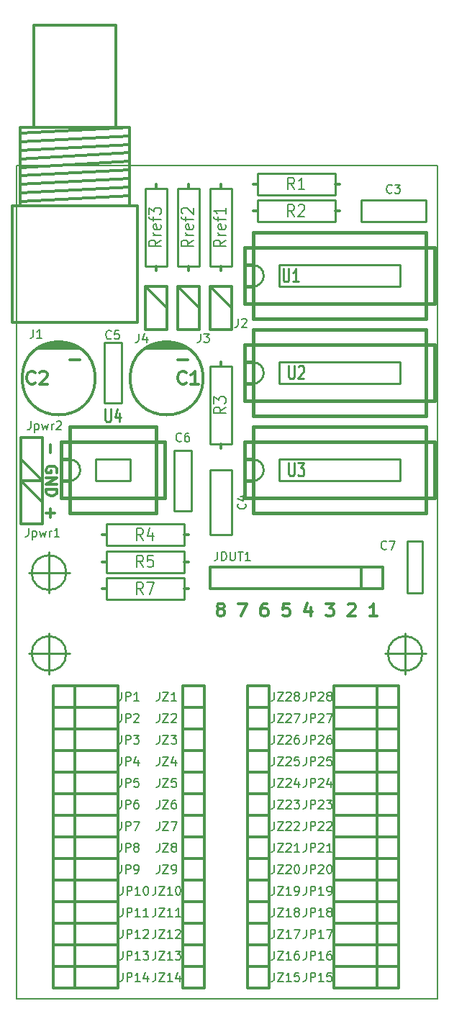
<source format=gto>
G04 #@! TF.FileFunction,Legend,Top*
%FSLAX46Y46*%
G04 Gerber Fmt 4.6, Leading zero omitted, Abs format (unit mm)*
G04 Created by KiCad (PCBNEW 4.0.0-stable) date 19.01.2016 13:51:47*
%MOMM*%
G01*
G04 APERTURE LIST*
%ADD10C,0.100000*%
%ADD11C,0.300000*%
%ADD12C,0.150000*%
%ADD13C,0.304800*%
%ADD14C,0.250000*%
%ADD15C,0.248920*%
%ADD16C,0.254000*%
%ADD17C,0.381000*%
%ADD18C,0.200000*%
%ADD19C,0.203200*%
%ADD20C,0.285750*%
%ADD21C,0.287020*%
G04 APERTURE END LIST*
D10*
D11*
X131319146Y-116661429D02*
X131176288Y-116590000D01*
X131104860Y-116518571D01*
X131033431Y-116375714D01*
X131033431Y-116304286D01*
X131104860Y-116161429D01*
X131176288Y-116090000D01*
X131319146Y-116018571D01*
X131604860Y-116018571D01*
X131747717Y-116090000D01*
X131819146Y-116161429D01*
X131890574Y-116304286D01*
X131890574Y-116375714D01*
X131819146Y-116518571D01*
X131747717Y-116590000D01*
X131604860Y-116661429D01*
X131319146Y-116661429D01*
X131176288Y-116732857D01*
X131104860Y-116804286D01*
X131033431Y-116947143D01*
X131033431Y-117232857D01*
X131104860Y-117375714D01*
X131176288Y-117447143D01*
X131319146Y-117518571D01*
X131604860Y-117518571D01*
X131747717Y-117447143D01*
X131819146Y-117375714D01*
X131890574Y-117232857D01*
X131890574Y-116947143D01*
X131819146Y-116804286D01*
X131747717Y-116732857D01*
X131604860Y-116661429D01*
X133533431Y-116018571D02*
X134533431Y-116018571D01*
X133890574Y-117518571D01*
X136890573Y-116018571D02*
X136604859Y-116018571D01*
X136462002Y-116090000D01*
X136390573Y-116161429D01*
X136247716Y-116375714D01*
X136176287Y-116661429D01*
X136176287Y-117232857D01*
X136247716Y-117375714D01*
X136319144Y-117447143D01*
X136462002Y-117518571D01*
X136747716Y-117518571D01*
X136890573Y-117447143D01*
X136962002Y-117375714D01*
X137033430Y-117232857D01*
X137033430Y-116875714D01*
X136962002Y-116732857D01*
X136890573Y-116661429D01*
X136747716Y-116590000D01*
X136462002Y-116590000D01*
X136319144Y-116661429D01*
X136247716Y-116732857D01*
X136176287Y-116875714D01*
X139533430Y-116018571D02*
X138819144Y-116018571D01*
X138747715Y-116732857D01*
X138819144Y-116661429D01*
X138962001Y-116590000D01*
X139319144Y-116590000D01*
X139462001Y-116661429D01*
X139533430Y-116732857D01*
X139604858Y-116875714D01*
X139604858Y-117232857D01*
X139533430Y-117375714D01*
X139462001Y-117447143D01*
X139319144Y-117518571D01*
X138962001Y-117518571D01*
X138819144Y-117447143D01*
X138747715Y-117375714D01*
X142033429Y-116518571D02*
X142033429Y-117518571D01*
X141676286Y-115947143D02*
X141319143Y-117018571D01*
X142247715Y-117018571D01*
X143819143Y-116018571D02*
X144747714Y-116018571D01*
X144247714Y-116590000D01*
X144462000Y-116590000D01*
X144604857Y-116661429D01*
X144676286Y-116732857D01*
X144747714Y-116875714D01*
X144747714Y-117232857D01*
X144676286Y-117375714D01*
X144604857Y-117447143D01*
X144462000Y-117518571D01*
X144033428Y-117518571D01*
X143890571Y-117447143D01*
X143819143Y-117375714D01*
X146461999Y-116161429D02*
X146533428Y-116090000D01*
X146676285Y-116018571D01*
X147033428Y-116018571D01*
X147176285Y-116090000D01*
X147247714Y-116161429D01*
X147319142Y-116304286D01*
X147319142Y-116447143D01*
X147247714Y-116661429D01*
X146390571Y-117518571D01*
X147319142Y-117518571D01*
X149890570Y-117518571D02*
X149033427Y-117518571D01*
X149461999Y-117518571D02*
X149461999Y-116018571D01*
X149319142Y-116232857D01*
X149176284Y-116375714D01*
X149033427Y-116447143D01*
X111413143Y-97328572D02*
X111413143Y-98319048D01*
X112156000Y-100609524D02*
X112217905Y-100485715D01*
X112217905Y-100300000D01*
X112156000Y-100114286D01*
X112032190Y-99990477D01*
X111908381Y-99928572D01*
X111660762Y-99866667D01*
X111475048Y-99866667D01*
X111227429Y-99928572D01*
X111103619Y-99990477D01*
X110979810Y-100114286D01*
X110917905Y-100300000D01*
X110917905Y-100423810D01*
X110979810Y-100609524D01*
X111041714Y-100671429D01*
X111475048Y-100671429D01*
X111475048Y-100423810D01*
X110917905Y-101228572D02*
X112217905Y-101228572D01*
X110917905Y-101971429D01*
X112217905Y-101971429D01*
X110917905Y-102590477D02*
X112217905Y-102590477D01*
X112217905Y-102900001D01*
X112156000Y-103085715D01*
X112032190Y-103209524D01*
X111908381Y-103271429D01*
X111660762Y-103333334D01*
X111475048Y-103333334D01*
X111227429Y-103271429D01*
X111103619Y-103209524D01*
X110979810Y-103085715D01*
X110917905Y-102900001D01*
X110917905Y-102590477D01*
X111413143Y-104880953D02*
X111413143Y-105871429D01*
X110917905Y-105376191D02*
X111908381Y-105376191D01*
D12*
X156972000Y-162560000D02*
X107442000Y-162560000D01*
X156972000Y-64516000D02*
X156972000Y-162560000D01*
X107442000Y-64516000D02*
X156972000Y-64516000D01*
X107442000Y-162560000D02*
X107442000Y-64516000D01*
D11*
X120700000Y-68015000D02*
X107900000Y-68715000D01*
X120700000Y-64015000D02*
X107900000Y-64715000D01*
X120700000Y-65015000D02*
X107900000Y-65715000D01*
X120700000Y-67015000D02*
X107900000Y-67715000D01*
X120700000Y-66015000D02*
X107900000Y-66715000D01*
X120700000Y-62015000D02*
X107900000Y-62715000D01*
X120700000Y-63015000D02*
X107900000Y-63715000D01*
X120700000Y-61015000D02*
X107900000Y-61715000D01*
X120700000Y-60015000D02*
X107900000Y-60715000D01*
X107900000Y-60015000D02*
X107900000Y-69215000D01*
X120700000Y-60015000D02*
X120700000Y-69215000D01*
X109500000Y-48015000D02*
X109500000Y-60015000D01*
X119100000Y-48015000D02*
X119100000Y-60015000D01*
X119100000Y-48015000D02*
X109500000Y-48015000D01*
X120700000Y-60015000D02*
X107900000Y-60015000D01*
X106900000Y-69215000D02*
X106900000Y-82915000D01*
X121700000Y-82915000D02*
X121700000Y-69215000D01*
X121700000Y-82915000D02*
X106900000Y-82915000D01*
X121700000Y-69215000D02*
X106900000Y-69215000D01*
D13*
X109995000Y-86035000D02*
X114795000Y-86035000D01*
X116695000Y-89535000D02*
G75*
G03X116695000Y-89535000I-4300000J0D01*
G01*
X110595000Y-85835000D02*
X114195000Y-85835000D01*
X110995000Y-85635000D02*
X113795000Y-85635000D01*
X111595000Y-85435000D02*
X113295000Y-85435000D01*
D11*
X113695000Y-87335000D02*
X114895000Y-87335000D01*
D14*
X155575000Y-68580000D02*
X147955000Y-68580000D01*
X147955000Y-68580000D02*
X147955000Y-71120000D01*
X147955000Y-71120000D02*
X155575000Y-71120000D01*
X155575000Y-71120000D02*
X155575000Y-68580000D01*
X130175000Y-100330000D02*
X130175000Y-107950000D01*
X130175000Y-107950000D02*
X132715000Y-107950000D01*
X132715000Y-107950000D02*
X132715000Y-100330000D01*
X132715000Y-100330000D02*
X130175000Y-100330000D01*
D15*
X119761000Y-85344000D02*
X117729000Y-85344000D01*
X117729000Y-85344000D02*
X117729000Y-92456000D01*
X117729000Y-92456000D02*
X119761000Y-92456000D01*
X119761000Y-92456000D02*
X119761000Y-85344000D01*
X128016000Y-98044000D02*
X125984000Y-98044000D01*
X125984000Y-98044000D02*
X125984000Y-105156000D01*
X125984000Y-105156000D02*
X128016000Y-105156000D01*
X128016000Y-105156000D02*
X128016000Y-98044000D01*
X153416000Y-114808000D02*
X155194000Y-114808000D01*
X155194000Y-114808000D02*
X155194000Y-108712000D01*
X155194000Y-108712000D02*
X153416000Y-108712000D01*
X153416000Y-108712000D02*
X153416000Y-114808000D01*
D13*
X130175000Y-78740000D02*
X132715000Y-81280000D01*
X130175000Y-83820000D02*
X130175000Y-78740000D01*
X132715000Y-78740000D02*
X132715000Y-83820000D01*
X130175000Y-78740000D02*
X132715000Y-78740000D01*
X132715000Y-83820000D02*
X130175000Y-83820000D01*
X126365000Y-78740000D02*
X128905000Y-81280000D01*
X126365000Y-83820000D02*
X126365000Y-78740000D01*
X128905000Y-78740000D02*
X128905000Y-83820000D01*
X126365000Y-78740000D02*
X128905000Y-78740000D01*
X128905000Y-83820000D02*
X126365000Y-83820000D01*
X122555000Y-78740000D02*
X125095000Y-81280000D01*
X122555000Y-83820000D02*
X122555000Y-78740000D01*
X125095000Y-78740000D02*
X125095000Y-83820000D01*
X122555000Y-78740000D02*
X125095000Y-78740000D01*
X125095000Y-83820000D02*
X122555000Y-83820000D01*
X147955000Y-114300000D02*
X147955000Y-111760000D01*
X150495000Y-114300000D02*
X130175000Y-114300000D01*
X130175000Y-114300000D02*
X130175000Y-111760000D01*
X130175000Y-111760000D02*
X150495000Y-111760000D01*
X150495000Y-111760000D02*
X150495000Y-114300000D01*
X107950000Y-101600000D02*
X110490000Y-104140000D01*
X107950000Y-106680000D02*
X107950000Y-101600000D01*
X110490000Y-101600000D02*
X110490000Y-106680000D01*
X107950000Y-101600000D02*
X110490000Y-101600000D01*
X110490000Y-106680000D02*
X107950000Y-106680000D01*
X110490000Y-101600000D02*
X107950000Y-99060000D01*
X110490000Y-96520000D02*
X110490000Y-101600000D01*
X107950000Y-101600000D02*
X107950000Y-96520000D01*
X110490000Y-101600000D02*
X107950000Y-101600000D01*
X107950000Y-96520000D02*
X110490000Y-96520000D01*
D16*
X135763000Y-65405000D02*
X144907000Y-65405000D01*
X144907000Y-65405000D02*
X144907000Y-67945000D01*
X144907000Y-67945000D02*
X135763000Y-67945000D01*
X135763000Y-67945000D02*
X135763000Y-65405000D01*
D13*
X145415000Y-66675000D02*
X144907000Y-66675000D01*
X135255000Y-66675000D02*
X135763000Y-66675000D01*
D16*
X135763000Y-68580000D02*
X144907000Y-68580000D01*
X144907000Y-68580000D02*
X144907000Y-71120000D01*
X144907000Y-71120000D02*
X135763000Y-71120000D01*
X135763000Y-71120000D02*
X135763000Y-68580000D01*
D13*
X145415000Y-69850000D02*
X144907000Y-69850000D01*
X135255000Y-69850000D02*
X135763000Y-69850000D01*
D16*
X132715000Y-88138000D02*
X132715000Y-97282000D01*
X132715000Y-97282000D02*
X130175000Y-97282000D01*
X130175000Y-97282000D02*
X130175000Y-88138000D01*
X130175000Y-88138000D02*
X132715000Y-88138000D01*
D13*
X131445000Y-97790000D02*
X131445000Y-97282000D01*
X131445000Y-87630000D02*
X131445000Y-88138000D01*
D16*
X117983000Y-106680000D02*
X127127000Y-106680000D01*
X127127000Y-106680000D02*
X127127000Y-109220000D01*
X127127000Y-109220000D02*
X117983000Y-109220000D01*
X117983000Y-109220000D02*
X117983000Y-106680000D01*
D13*
X127635000Y-107950000D02*
X127127000Y-107950000D01*
X117475000Y-107950000D02*
X117983000Y-107950000D01*
D16*
X127127000Y-112395000D02*
X117983000Y-112395000D01*
X117983000Y-112395000D02*
X117983000Y-109855000D01*
X117983000Y-109855000D02*
X127127000Y-109855000D01*
X127127000Y-109855000D02*
X127127000Y-112395000D01*
D13*
X117475000Y-111125000D02*
X117983000Y-111125000D01*
X127635000Y-111125000D02*
X127127000Y-111125000D01*
D16*
X127127000Y-115570000D02*
X117983000Y-115570000D01*
X117983000Y-115570000D02*
X117983000Y-113030000D01*
X117983000Y-113030000D02*
X127127000Y-113030000D01*
X127127000Y-113030000D02*
X127127000Y-115570000D01*
D13*
X117475000Y-114300000D02*
X117983000Y-114300000D01*
X127635000Y-114300000D02*
X127127000Y-114300000D01*
D16*
X130175000Y-76327000D02*
X130175000Y-67183000D01*
X130175000Y-67183000D02*
X132715000Y-67183000D01*
X132715000Y-67183000D02*
X132715000Y-76327000D01*
X132715000Y-76327000D02*
X130175000Y-76327000D01*
D13*
X131445000Y-66675000D02*
X131445000Y-67183000D01*
X131445000Y-76835000D02*
X131445000Y-76327000D01*
D16*
X126365000Y-76327000D02*
X126365000Y-67183000D01*
X126365000Y-67183000D02*
X128905000Y-67183000D01*
X128905000Y-67183000D02*
X128905000Y-76327000D01*
X128905000Y-76327000D02*
X126365000Y-76327000D01*
D13*
X127635000Y-66675000D02*
X127635000Y-67183000D01*
X127635000Y-76835000D02*
X127635000Y-76327000D01*
D16*
X122555000Y-76327000D02*
X122555000Y-67183000D01*
X122555000Y-67183000D02*
X125095000Y-67183000D01*
X125095000Y-67183000D02*
X125095000Y-76327000D01*
X125095000Y-76327000D02*
X122555000Y-76327000D01*
D13*
X123825000Y-66675000D02*
X123825000Y-67183000D01*
X123825000Y-76835000D02*
X123825000Y-76327000D01*
D16*
X152527000Y-78740000D02*
X138303000Y-78740000D01*
X138303000Y-76200000D02*
X152527000Y-76200000D01*
D17*
X155575000Y-72390000D02*
X135255000Y-72390000D01*
X135255000Y-82550000D02*
X155575000Y-82550000D01*
X156591000Y-80772000D02*
X134239000Y-80772000D01*
X134239000Y-74168000D02*
X156591000Y-74168000D01*
D16*
X136525000Y-77470000D02*
G75*
G03X135255000Y-76200000I-1270000J0D01*
G01*
X135255000Y-78740000D02*
G75*
G03X136525000Y-77470000I0J1270000D01*
G01*
D17*
X135255000Y-78740000D02*
X134239000Y-78740000D01*
X135255000Y-76200000D02*
X134239000Y-76200000D01*
D16*
X138303000Y-76200000D02*
X138303000Y-78740000D01*
X152527000Y-78740000D02*
X152527000Y-76200000D01*
D17*
X155575000Y-72390000D02*
X155575000Y-82550000D01*
X135255000Y-82550000D02*
X135255000Y-72390000D01*
X156591000Y-74168000D02*
X156591000Y-80772000D01*
X134239000Y-80772000D02*
X134239000Y-74168000D01*
D16*
X152527000Y-90170000D02*
X138303000Y-90170000D01*
X138303000Y-87630000D02*
X152527000Y-87630000D01*
D17*
X155575000Y-83820000D02*
X135255000Y-83820000D01*
X135255000Y-93980000D02*
X155575000Y-93980000D01*
X156591000Y-92202000D02*
X134239000Y-92202000D01*
X134239000Y-85598000D02*
X156591000Y-85598000D01*
D16*
X136525000Y-88900000D02*
G75*
G03X135255000Y-87630000I-1270000J0D01*
G01*
X135255000Y-90170000D02*
G75*
G03X136525000Y-88900000I0J1270000D01*
G01*
D17*
X135255000Y-90170000D02*
X134239000Y-90170000D01*
X135255000Y-87630000D02*
X134239000Y-87630000D01*
D16*
X138303000Y-87630000D02*
X138303000Y-90170000D01*
X152527000Y-90170000D02*
X152527000Y-87630000D01*
D17*
X155575000Y-83820000D02*
X155575000Y-93980000D01*
X135255000Y-93980000D02*
X135255000Y-83820000D01*
X156591000Y-85598000D02*
X156591000Y-92202000D01*
X134239000Y-92202000D02*
X134239000Y-85598000D01*
D16*
X152527000Y-101600000D02*
X138303000Y-101600000D01*
X138303000Y-99060000D02*
X152527000Y-99060000D01*
D17*
X155575000Y-95250000D02*
X135255000Y-95250000D01*
X135255000Y-105410000D02*
X155575000Y-105410000D01*
X156591000Y-103632000D02*
X134239000Y-103632000D01*
X134239000Y-97028000D02*
X156591000Y-97028000D01*
D16*
X136525000Y-100330000D02*
G75*
G03X135255000Y-99060000I-1270000J0D01*
G01*
X135255000Y-101600000D02*
G75*
G03X136525000Y-100330000I0J1270000D01*
G01*
D17*
X135255000Y-101600000D02*
X134239000Y-101600000D01*
X135255000Y-99060000D02*
X134239000Y-99060000D01*
D16*
X138303000Y-99060000D02*
X138303000Y-101600000D01*
X152527000Y-101600000D02*
X152527000Y-99060000D01*
D17*
X155575000Y-95250000D02*
X155575000Y-105410000D01*
X135255000Y-105410000D02*
X135255000Y-95250000D01*
X156591000Y-97028000D02*
X156591000Y-103632000D01*
X134239000Y-103632000D02*
X134239000Y-97028000D01*
D16*
X120777000Y-101600000D02*
X116713000Y-101600000D01*
X116713000Y-99060000D02*
X120777000Y-99060000D01*
D17*
X123825000Y-105410000D02*
X113665000Y-105410000D01*
X112649000Y-103632000D02*
X124841000Y-103632000D01*
X123825000Y-95250000D02*
X113665000Y-95250000D01*
X112649000Y-97028000D02*
X124841000Y-97028000D01*
D16*
X114935000Y-100330000D02*
G75*
G03X113665000Y-99060000I-1270000J0D01*
G01*
X113665000Y-101600000D02*
G75*
G03X114935000Y-100330000I0J1270000D01*
G01*
D17*
X113665000Y-101600000D02*
X112649000Y-101600000D01*
X113665000Y-99060000D02*
X112649000Y-99060000D01*
D16*
X116713000Y-99060000D02*
X116713000Y-101600000D01*
X120777000Y-101600000D02*
X120777000Y-99060000D01*
D17*
X123825000Y-95250000D02*
X123825000Y-105410000D01*
X113665000Y-105410000D02*
X113665000Y-95250000D01*
X124841000Y-97028000D02*
X124841000Y-103632000D01*
X112649000Y-103632000D02*
X112649000Y-97028000D01*
D13*
X122695000Y-86035000D02*
X127495000Y-86035000D01*
X129395000Y-89535000D02*
G75*
G03X129395000Y-89535000I-4300000J0D01*
G01*
X123295000Y-85835000D02*
X126895000Y-85835000D01*
X123695000Y-85635000D02*
X126495000Y-85635000D01*
X124295000Y-85435000D02*
X125995000Y-85435000D01*
D11*
X126395000Y-87335000D02*
X127595000Y-87335000D01*
D13*
X114300000Y-128270000D02*
X114300000Y-125730000D01*
X111760000Y-125730000D02*
X119380000Y-125730000D01*
X119380000Y-125730000D02*
X119380000Y-128270000D01*
X119380000Y-128270000D02*
X111760000Y-128270000D01*
X111760000Y-128270000D02*
X111760000Y-125730000D01*
X114300000Y-130810000D02*
X114300000Y-128270000D01*
X111760000Y-128270000D02*
X119380000Y-128270000D01*
X119380000Y-128270000D02*
X119380000Y-130810000D01*
X119380000Y-130810000D02*
X111760000Y-130810000D01*
X111760000Y-130810000D02*
X111760000Y-128270000D01*
X114300000Y-133350000D02*
X114300000Y-130810000D01*
X111760000Y-130810000D02*
X119380000Y-130810000D01*
X119380000Y-130810000D02*
X119380000Y-133350000D01*
X119380000Y-133350000D02*
X111760000Y-133350000D01*
X111760000Y-133350000D02*
X111760000Y-130810000D01*
X114300000Y-135890000D02*
X114300000Y-133350000D01*
X111760000Y-133350000D02*
X119380000Y-133350000D01*
X119380000Y-133350000D02*
X119380000Y-135890000D01*
X119380000Y-135890000D02*
X111760000Y-135890000D01*
X111760000Y-135890000D02*
X111760000Y-133350000D01*
X114300000Y-138430000D02*
X114300000Y-135890000D01*
X111760000Y-135890000D02*
X119380000Y-135890000D01*
X119380000Y-135890000D02*
X119380000Y-138430000D01*
X119380000Y-138430000D02*
X111760000Y-138430000D01*
X111760000Y-138430000D02*
X111760000Y-135890000D01*
X114300000Y-140970000D02*
X114300000Y-138430000D01*
X111760000Y-138430000D02*
X119380000Y-138430000D01*
X119380000Y-138430000D02*
X119380000Y-140970000D01*
X119380000Y-140970000D02*
X111760000Y-140970000D01*
X111760000Y-140970000D02*
X111760000Y-138430000D01*
X114300000Y-143510000D02*
X114300000Y-140970000D01*
X111760000Y-140970000D02*
X119380000Y-140970000D01*
X119380000Y-140970000D02*
X119380000Y-143510000D01*
X119380000Y-143510000D02*
X111760000Y-143510000D01*
X111760000Y-143510000D02*
X111760000Y-140970000D01*
X114300000Y-146050000D02*
X114300000Y-143510000D01*
X111760000Y-143510000D02*
X119380000Y-143510000D01*
X119380000Y-143510000D02*
X119380000Y-146050000D01*
X119380000Y-146050000D02*
X111760000Y-146050000D01*
X111760000Y-146050000D02*
X111760000Y-143510000D01*
X114300000Y-148590000D02*
X114300000Y-146050000D01*
X111760000Y-146050000D02*
X119380000Y-146050000D01*
X119380000Y-146050000D02*
X119380000Y-148590000D01*
X119380000Y-148590000D02*
X111760000Y-148590000D01*
X111760000Y-148590000D02*
X111760000Y-146050000D01*
X114300000Y-151130000D02*
X114300000Y-148590000D01*
X111760000Y-148590000D02*
X119380000Y-148590000D01*
X119380000Y-148590000D02*
X119380000Y-151130000D01*
X119380000Y-151130000D02*
X111760000Y-151130000D01*
X111760000Y-151130000D02*
X111760000Y-148590000D01*
X114300000Y-153670000D02*
X114300000Y-151130000D01*
X111760000Y-151130000D02*
X119380000Y-151130000D01*
X119380000Y-151130000D02*
X119380000Y-153670000D01*
X119380000Y-153670000D02*
X111760000Y-153670000D01*
X111760000Y-153670000D02*
X111760000Y-151130000D01*
X114300000Y-156210000D02*
X114300000Y-153670000D01*
X111760000Y-153670000D02*
X119380000Y-153670000D01*
X119380000Y-153670000D02*
X119380000Y-156210000D01*
X119380000Y-156210000D02*
X111760000Y-156210000D01*
X111760000Y-156210000D02*
X111760000Y-153670000D01*
X114300000Y-158750000D02*
X114300000Y-156210000D01*
X111760000Y-156210000D02*
X119380000Y-156210000D01*
X119380000Y-156210000D02*
X119380000Y-158750000D01*
X119380000Y-158750000D02*
X111760000Y-158750000D01*
X111760000Y-158750000D02*
X111760000Y-156210000D01*
X114300000Y-161290000D02*
X114300000Y-158750000D01*
X111760000Y-158750000D02*
X119380000Y-158750000D01*
X119380000Y-158750000D02*
X119380000Y-161290000D01*
X119380000Y-161290000D02*
X111760000Y-161290000D01*
X111760000Y-161290000D02*
X111760000Y-158750000D01*
X149860000Y-158750000D02*
X149860000Y-161290000D01*
X152400000Y-161290000D02*
X144780000Y-161290000D01*
X144780000Y-161290000D02*
X144780000Y-158750000D01*
X144780000Y-158750000D02*
X152400000Y-158750000D01*
X152400000Y-158750000D02*
X152400000Y-161290000D01*
X149860000Y-156210000D02*
X149860000Y-158750000D01*
X152400000Y-158750000D02*
X144780000Y-158750000D01*
X144780000Y-158750000D02*
X144780000Y-156210000D01*
X144780000Y-156210000D02*
X152400000Y-156210000D01*
X152400000Y-156210000D02*
X152400000Y-158750000D01*
X149860000Y-153670000D02*
X149860000Y-156210000D01*
X152400000Y-156210000D02*
X144780000Y-156210000D01*
X144780000Y-156210000D02*
X144780000Y-153670000D01*
X144780000Y-153670000D02*
X152400000Y-153670000D01*
X152400000Y-153670000D02*
X152400000Y-156210000D01*
X149860000Y-151130000D02*
X149860000Y-153670000D01*
X152400000Y-153670000D02*
X144780000Y-153670000D01*
X144780000Y-153670000D02*
X144780000Y-151130000D01*
X144780000Y-151130000D02*
X152400000Y-151130000D01*
X152400000Y-151130000D02*
X152400000Y-153670000D01*
X149860000Y-148590000D02*
X149860000Y-151130000D01*
X152400000Y-151130000D02*
X144780000Y-151130000D01*
X144780000Y-151130000D02*
X144780000Y-148590000D01*
X144780000Y-148590000D02*
X152400000Y-148590000D01*
X152400000Y-148590000D02*
X152400000Y-151130000D01*
X149860000Y-146050000D02*
X149860000Y-148590000D01*
X152400000Y-148590000D02*
X144780000Y-148590000D01*
X144780000Y-148590000D02*
X144780000Y-146050000D01*
X144780000Y-146050000D02*
X152400000Y-146050000D01*
X152400000Y-146050000D02*
X152400000Y-148590000D01*
X149860000Y-143510000D02*
X149860000Y-146050000D01*
X152400000Y-146050000D02*
X144780000Y-146050000D01*
X144780000Y-146050000D02*
X144780000Y-143510000D01*
X144780000Y-143510000D02*
X152400000Y-143510000D01*
X152400000Y-143510000D02*
X152400000Y-146050000D01*
X149860000Y-140970000D02*
X149860000Y-143510000D01*
X152400000Y-143510000D02*
X144780000Y-143510000D01*
X144780000Y-143510000D02*
X144780000Y-140970000D01*
X144780000Y-140970000D02*
X152400000Y-140970000D01*
X152400000Y-140970000D02*
X152400000Y-143510000D01*
X149860000Y-138430000D02*
X149860000Y-140970000D01*
X152400000Y-140970000D02*
X144780000Y-140970000D01*
X144780000Y-140970000D02*
X144780000Y-138430000D01*
X144780000Y-138430000D02*
X152400000Y-138430000D01*
X152400000Y-138430000D02*
X152400000Y-140970000D01*
X149860000Y-135890000D02*
X149860000Y-138430000D01*
X152400000Y-138430000D02*
X144780000Y-138430000D01*
X144780000Y-138430000D02*
X144780000Y-135890000D01*
X144780000Y-135890000D02*
X152400000Y-135890000D01*
X152400000Y-135890000D02*
X152400000Y-138430000D01*
X149860000Y-133350000D02*
X149860000Y-135890000D01*
X152400000Y-135890000D02*
X144780000Y-135890000D01*
X144780000Y-135890000D02*
X144780000Y-133350000D01*
X144780000Y-133350000D02*
X152400000Y-133350000D01*
X152400000Y-133350000D02*
X152400000Y-135890000D01*
X149860000Y-130810000D02*
X149860000Y-133350000D01*
X152400000Y-133350000D02*
X144780000Y-133350000D01*
X144780000Y-133350000D02*
X144780000Y-130810000D01*
X144780000Y-130810000D02*
X152400000Y-130810000D01*
X152400000Y-130810000D02*
X152400000Y-133350000D01*
X149860000Y-128270000D02*
X149860000Y-130810000D01*
X152400000Y-130810000D02*
X144780000Y-130810000D01*
X144780000Y-130810000D02*
X144780000Y-128270000D01*
X144780000Y-128270000D02*
X152400000Y-128270000D01*
X152400000Y-128270000D02*
X152400000Y-130810000D01*
X149860000Y-125730000D02*
X149860000Y-128270000D01*
X152400000Y-128270000D02*
X144780000Y-128270000D01*
X144780000Y-128270000D02*
X144780000Y-125730000D01*
X144780000Y-125730000D02*
X152400000Y-125730000D01*
X152400000Y-125730000D02*
X152400000Y-128270000D01*
X129540000Y-125730000D02*
X129540000Y-128270000D01*
X127000000Y-128270000D02*
X127000000Y-125730000D01*
X129540000Y-128270000D02*
X127000000Y-128270000D01*
X127000000Y-125730000D02*
X129540000Y-125730000D01*
X127000000Y-130810000D02*
X127000000Y-128270000D01*
X129540000Y-128270000D02*
X129540000Y-130810000D01*
X127000000Y-128270000D02*
X129540000Y-128270000D01*
X129540000Y-130810000D02*
X127000000Y-130810000D01*
X129540000Y-130810000D02*
X129540000Y-133350000D01*
X127000000Y-133350000D02*
X127000000Y-130810000D01*
X129540000Y-133350000D02*
X127000000Y-133350000D01*
X127000000Y-130810000D02*
X129540000Y-130810000D01*
X127000000Y-135890000D02*
X127000000Y-133350000D01*
X129540000Y-133350000D02*
X129540000Y-135890000D01*
X127000000Y-133350000D02*
X129540000Y-133350000D01*
X129540000Y-135890000D02*
X127000000Y-135890000D01*
X129540000Y-135890000D02*
X129540000Y-138430000D01*
X127000000Y-138430000D02*
X127000000Y-135890000D01*
X129540000Y-138430000D02*
X127000000Y-138430000D01*
X127000000Y-135890000D02*
X129540000Y-135890000D01*
X127000000Y-140970000D02*
X127000000Y-138430000D01*
X129540000Y-138430000D02*
X129540000Y-140970000D01*
X127000000Y-138430000D02*
X129540000Y-138430000D01*
X129540000Y-140970000D02*
X127000000Y-140970000D01*
X129540000Y-140970000D02*
X129540000Y-143510000D01*
X127000000Y-143510000D02*
X127000000Y-140970000D01*
X129540000Y-143510000D02*
X127000000Y-143510000D01*
X127000000Y-140970000D02*
X129540000Y-140970000D01*
X127000000Y-146050000D02*
X127000000Y-143510000D01*
X129540000Y-143510000D02*
X129540000Y-146050000D01*
X127000000Y-143510000D02*
X129540000Y-143510000D01*
X129540000Y-146050000D02*
X127000000Y-146050000D01*
X129540000Y-146050000D02*
X129540000Y-148590000D01*
X127000000Y-148590000D02*
X127000000Y-146050000D01*
X129540000Y-148590000D02*
X127000000Y-148590000D01*
X127000000Y-146050000D02*
X129540000Y-146050000D01*
X129540000Y-148590000D02*
X129540000Y-151130000D01*
X127000000Y-151130000D02*
X127000000Y-148590000D01*
X129540000Y-151130000D02*
X127000000Y-151130000D01*
X127000000Y-148590000D02*
X129540000Y-148590000D01*
X127000000Y-153670000D02*
X127000000Y-151130000D01*
X129540000Y-151130000D02*
X129540000Y-153670000D01*
X127000000Y-151130000D02*
X129540000Y-151130000D01*
X129540000Y-153670000D02*
X127000000Y-153670000D01*
X129540000Y-153670000D02*
X129540000Y-156210000D01*
X127000000Y-156210000D02*
X127000000Y-153670000D01*
X129540000Y-156210000D02*
X127000000Y-156210000D01*
X127000000Y-153670000D02*
X129540000Y-153670000D01*
X127000000Y-158750000D02*
X127000000Y-156210000D01*
X129540000Y-156210000D02*
X129540000Y-158750000D01*
X127000000Y-156210000D02*
X129540000Y-156210000D01*
X129540000Y-158750000D02*
X127000000Y-158750000D01*
X129540000Y-158750000D02*
X129540000Y-161290000D01*
X127000000Y-161290000D02*
X127000000Y-158750000D01*
X129540000Y-161290000D02*
X127000000Y-161290000D01*
X127000000Y-158750000D02*
X129540000Y-158750000D01*
X134620000Y-161290000D02*
X134620000Y-158750000D01*
X137160000Y-158750000D02*
X137160000Y-161290000D01*
X134620000Y-158750000D02*
X137160000Y-158750000D01*
X137160000Y-161290000D02*
X134620000Y-161290000D01*
X137160000Y-156210000D02*
X137160000Y-158750000D01*
X134620000Y-158750000D02*
X134620000Y-156210000D01*
X137160000Y-158750000D02*
X134620000Y-158750000D01*
X134620000Y-156210000D02*
X137160000Y-156210000D01*
X134620000Y-156210000D02*
X134620000Y-153670000D01*
X137160000Y-153670000D02*
X137160000Y-156210000D01*
X134620000Y-153670000D02*
X137160000Y-153670000D01*
X137160000Y-156210000D02*
X134620000Y-156210000D01*
X137160000Y-151130000D02*
X137160000Y-153670000D01*
X134620000Y-153670000D02*
X134620000Y-151130000D01*
X137160000Y-153670000D02*
X134620000Y-153670000D01*
X134620000Y-151130000D02*
X137160000Y-151130000D01*
X134620000Y-151130000D02*
X134620000Y-148590000D01*
X137160000Y-148590000D02*
X137160000Y-151130000D01*
X134620000Y-148590000D02*
X137160000Y-148590000D01*
X137160000Y-151130000D02*
X134620000Y-151130000D01*
X137160000Y-146050000D02*
X137160000Y-148590000D01*
X134620000Y-148590000D02*
X134620000Y-146050000D01*
X137160000Y-148590000D02*
X134620000Y-148590000D01*
X134620000Y-146050000D02*
X137160000Y-146050000D01*
X134620000Y-146050000D02*
X134620000Y-143510000D01*
X137160000Y-143510000D02*
X137160000Y-146050000D01*
X134620000Y-143510000D02*
X137160000Y-143510000D01*
X137160000Y-146050000D02*
X134620000Y-146050000D01*
X137160000Y-140970000D02*
X137160000Y-143510000D01*
X134620000Y-143510000D02*
X134620000Y-140970000D01*
X137160000Y-143510000D02*
X134620000Y-143510000D01*
X134620000Y-140970000D02*
X137160000Y-140970000D01*
X134620000Y-140970000D02*
X134620000Y-138430000D01*
X137160000Y-138430000D02*
X137160000Y-140970000D01*
X134620000Y-138430000D02*
X137160000Y-138430000D01*
X137160000Y-140970000D02*
X134620000Y-140970000D01*
X137160000Y-135890000D02*
X137160000Y-138430000D01*
X134620000Y-138430000D02*
X134620000Y-135890000D01*
X137160000Y-138430000D02*
X134620000Y-138430000D01*
X134620000Y-135890000D02*
X137160000Y-135890000D01*
X134620000Y-135890000D02*
X134620000Y-133350000D01*
X137160000Y-133350000D02*
X137160000Y-135890000D01*
X134620000Y-133350000D02*
X137160000Y-133350000D01*
X137160000Y-135890000D02*
X134620000Y-135890000D01*
X137160000Y-130810000D02*
X137160000Y-133350000D01*
X134620000Y-133350000D02*
X134620000Y-130810000D01*
X137160000Y-133350000D02*
X134620000Y-133350000D01*
X134620000Y-130810000D02*
X137160000Y-130810000D01*
X134620000Y-130810000D02*
X134620000Y-128270000D01*
X137160000Y-128270000D02*
X137160000Y-130810000D01*
X134620000Y-128270000D02*
X137160000Y-128270000D01*
X137160000Y-130810000D02*
X134620000Y-130810000D01*
X137160000Y-125730000D02*
X137160000Y-128270000D01*
X134620000Y-128270000D02*
X134620000Y-125730000D01*
X137160000Y-128270000D02*
X134620000Y-128270000D01*
X134620000Y-125730000D02*
X137160000Y-125730000D01*
D16*
X111252000Y-119507000D02*
X111252000Y-124333000D01*
X108839000Y-121920000D02*
X113665000Y-121920000D01*
X113284000Y-121920000D02*
G75*
G03X113284000Y-121920000I-2032000J0D01*
G01*
X153162000Y-119507000D02*
X153162000Y-124333000D01*
X150749000Y-121920000D02*
X155575000Y-121920000D01*
X155194000Y-121920000D02*
G75*
G03X155194000Y-121920000I-2032000J0D01*
G01*
X111252000Y-109982000D02*
X111252000Y-114808000D01*
X108839000Y-112395000D02*
X113665000Y-112395000D01*
X113284000Y-112395000D02*
G75*
G03X113284000Y-112395000I-2032000J0D01*
G01*
D18*
X109394667Y-83780381D02*
X109394667Y-84494667D01*
X109347047Y-84637524D01*
X109251809Y-84732762D01*
X109108952Y-84780381D01*
X109013714Y-84780381D01*
X110394667Y-84780381D02*
X109823238Y-84780381D01*
X110108952Y-84780381D02*
X110108952Y-83780381D01*
X110013714Y-83923238D01*
X109918476Y-84018476D01*
X109823238Y-84066095D01*
D13*
X109601000Y-90079286D02*
X109528429Y-90151857D01*
X109310715Y-90224429D01*
X109165572Y-90224429D01*
X108947857Y-90151857D01*
X108802715Y-90006714D01*
X108730143Y-89861571D01*
X108657572Y-89571286D01*
X108657572Y-89353571D01*
X108730143Y-89063286D01*
X108802715Y-88918143D01*
X108947857Y-88773000D01*
X109165572Y-88700429D01*
X109310715Y-88700429D01*
X109528429Y-88773000D01*
X109601000Y-88845571D01*
X110181572Y-88845571D02*
X110254143Y-88773000D01*
X110399286Y-88700429D01*
X110762143Y-88700429D01*
X110907286Y-88773000D01*
X110979857Y-88845571D01*
X111052429Y-88990714D01*
X111052429Y-89135857D01*
X110979857Y-89353571D01*
X110109000Y-90224429D01*
X111052429Y-90224429D01*
D18*
X151598334Y-67667143D02*
X151550715Y-67714762D01*
X151407858Y-67762381D01*
X151312620Y-67762381D01*
X151169762Y-67714762D01*
X151074524Y-67619524D01*
X151026905Y-67524286D01*
X150979286Y-67333810D01*
X150979286Y-67190952D01*
X151026905Y-67000476D01*
X151074524Y-66905238D01*
X151169762Y-66810000D01*
X151312620Y-66762381D01*
X151407858Y-66762381D01*
X151550715Y-66810000D01*
X151598334Y-66857619D01*
X151931667Y-66762381D02*
X152550715Y-66762381D01*
X152217381Y-67143333D01*
X152360239Y-67143333D01*
X152455477Y-67190952D01*
X152503096Y-67238571D01*
X152550715Y-67333810D01*
X152550715Y-67571905D01*
X152503096Y-67667143D01*
X152455477Y-67714762D01*
X152360239Y-67762381D01*
X152074524Y-67762381D01*
X151979286Y-67714762D01*
X151931667Y-67667143D01*
X134342143Y-104306666D02*
X134389762Y-104354285D01*
X134437381Y-104497142D01*
X134437381Y-104592380D01*
X134389762Y-104735238D01*
X134294524Y-104830476D01*
X134199286Y-104878095D01*
X134008810Y-104925714D01*
X133865952Y-104925714D01*
X133675476Y-104878095D01*
X133580238Y-104830476D01*
X133485000Y-104735238D01*
X133437381Y-104592380D01*
X133437381Y-104497142D01*
X133485000Y-104354285D01*
X133532619Y-104306666D01*
X133770714Y-103449523D02*
X134437381Y-103449523D01*
X133389762Y-103687619D02*
X134104048Y-103925714D01*
X134104048Y-103306666D01*
D19*
X118575667Y-84817857D02*
X118527286Y-84866238D01*
X118382143Y-84914619D01*
X118285381Y-84914619D01*
X118140239Y-84866238D01*
X118043477Y-84769476D01*
X117995096Y-84672714D01*
X117946715Y-84479190D01*
X117946715Y-84334048D01*
X117995096Y-84140524D01*
X118043477Y-84043762D01*
X118140239Y-83947000D01*
X118285381Y-83898619D01*
X118382143Y-83898619D01*
X118527286Y-83947000D01*
X118575667Y-83995381D01*
X119494905Y-83898619D02*
X119011096Y-83898619D01*
X118962715Y-84382429D01*
X119011096Y-84334048D01*
X119107858Y-84285667D01*
X119349762Y-84285667D01*
X119446524Y-84334048D01*
X119494905Y-84382429D01*
X119543286Y-84479190D01*
X119543286Y-84721095D01*
X119494905Y-84817857D01*
X119446524Y-84866238D01*
X119349762Y-84914619D01*
X119107858Y-84914619D01*
X119011096Y-84866238D01*
X118962715Y-84817857D01*
X126830667Y-96882857D02*
X126782286Y-96931238D01*
X126637143Y-96979619D01*
X126540381Y-96979619D01*
X126395239Y-96931238D01*
X126298477Y-96834476D01*
X126250096Y-96737714D01*
X126201715Y-96544190D01*
X126201715Y-96399048D01*
X126250096Y-96205524D01*
X126298477Y-96108762D01*
X126395239Y-96012000D01*
X126540381Y-95963619D01*
X126637143Y-95963619D01*
X126782286Y-96012000D01*
X126830667Y-96060381D01*
X127701524Y-95963619D02*
X127508001Y-95963619D01*
X127411239Y-96012000D01*
X127362858Y-96060381D01*
X127266096Y-96205524D01*
X127217715Y-96399048D01*
X127217715Y-96786095D01*
X127266096Y-96882857D01*
X127314477Y-96931238D01*
X127411239Y-96979619D01*
X127604762Y-96979619D01*
X127701524Y-96931238D01*
X127749905Y-96882857D01*
X127798286Y-96786095D01*
X127798286Y-96544190D01*
X127749905Y-96447429D01*
X127701524Y-96399048D01*
X127604762Y-96350667D01*
X127411239Y-96350667D01*
X127314477Y-96399048D01*
X127266096Y-96447429D01*
X127217715Y-96544190D01*
X150960667Y-109582857D02*
X150912286Y-109631238D01*
X150767143Y-109679619D01*
X150670381Y-109679619D01*
X150525239Y-109631238D01*
X150428477Y-109534476D01*
X150380096Y-109437714D01*
X150331715Y-109244190D01*
X150331715Y-109099048D01*
X150380096Y-108905524D01*
X150428477Y-108808762D01*
X150525239Y-108712000D01*
X150670381Y-108663619D01*
X150767143Y-108663619D01*
X150912286Y-108712000D01*
X150960667Y-108760381D01*
X151299334Y-108663619D02*
X151976667Y-108663619D01*
X151541239Y-109679619D01*
X133519333Y-82501619D02*
X133519333Y-83227333D01*
X133470953Y-83372476D01*
X133374191Y-83469238D01*
X133229048Y-83517619D01*
X133132286Y-83517619D01*
X133954762Y-82598381D02*
X134003143Y-82550000D01*
X134099905Y-82501619D01*
X134341809Y-82501619D01*
X134438571Y-82550000D01*
X134486952Y-82598381D01*
X134535333Y-82695143D01*
X134535333Y-82791905D01*
X134486952Y-82937048D01*
X133906381Y-83517619D01*
X134535333Y-83517619D01*
X129074333Y-84279619D02*
X129074333Y-85005333D01*
X129025953Y-85150476D01*
X128929191Y-85247238D01*
X128784048Y-85295619D01*
X128687286Y-85295619D01*
X129461381Y-84279619D02*
X130090333Y-84279619D01*
X129751667Y-84666667D01*
X129896809Y-84666667D01*
X129993571Y-84715048D01*
X130041952Y-84763429D01*
X130090333Y-84860190D01*
X130090333Y-85102095D01*
X130041952Y-85198857D01*
X129993571Y-85247238D01*
X129896809Y-85295619D01*
X129606524Y-85295619D01*
X129509762Y-85247238D01*
X129461381Y-85198857D01*
X121835333Y-84279619D02*
X121835333Y-85005333D01*
X121786953Y-85150476D01*
X121690191Y-85247238D01*
X121545048Y-85295619D01*
X121448286Y-85295619D01*
X122754571Y-84618286D02*
X122754571Y-85295619D01*
X122512667Y-84231238D02*
X122270762Y-84956952D01*
X122899714Y-84956952D01*
X131076095Y-109933619D02*
X131076095Y-110659333D01*
X131027715Y-110804476D01*
X130930953Y-110901238D01*
X130785810Y-110949619D01*
X130689048Y-110949619D01*
X131559905Y-110949619D02*
X131559905Y-109933619D01*
X131801810Y-109933619D01*
X131946952Y-109982000D01*
X132043714Y-110078762D01*
X132092095Y-110175524D01*
X132140476Y-110369048D01*
X132140476Y-110514190D01*
X132092095Y-110707714D01*
X132043714Y-110804476D01*
X131946952Y-110901238D01*
X131801810Y-110949619D01*
X131559905Y-110949619D01*
X132575905Y-109933619D02*
X132575905Y-110756095D01*
X132624286Y-110852857D01*
X132672667Y-110901238D01*
X132769429Y-110949619D01*
X132962952Y-110949619D01*
X133059714Y-110901238D01*
X133108095Y-110852857D01*
X133156476Y-110756095D01*
X133156476Y-109933619D01*
X133495143Y-109933619D02*
X134075714Y-109933619D01*
X133785429Y-110949619D02*
X133785429Y-109933619D01*
X134946571Y-110949619D02*
X134366000Y-110949619D01*
X134656286Y-110949619D02*
X134656286Y-109933619D01*
X134559524Y-110078762D01*
X134462762Y-110175524D01*
X134366000Y-110223905D01*
X108845048Y-107139619D02*
X108845048Y-107865333D01*
X108796668Y-108010476D01*
X108699906Y-108107238D01*
X108554763Y-108155619D01*
X108458001Y-108155619D01*
X109328858Y-107478286D02*
X109328858Y-108494286D01*
X109328858Y-107526667D02*
X109425620Y-107478286D01*
X109619143Y-107478286D01*
X109715905Y-107526667D01*
X109764286Y-107575048D01*
X109812667Y-107671810D01*
X109812667Y-107962095D01*
X109764286Y-108058857D01*
X109715905Y-108107238D01*
X109619143Y-108155619D01*
X109425620Y-108155619D01*
X109328858Y-108107238D01*
X110151334Y-107478286D02*
X110344858Y-108155619D01*
X110538381Y-107671810D01*
X110731905Y-108155619D01*
X110925429Y-107478286D01*
X111312477Y-108155619D02*
X111312477Y-107478286D01*
X111312477Y-107671810D02*
X111360858Y-107575048D01*
X111409239Y-107526667D01*
X111506001Y-107478286D01*
X111602762Y-107478286D01*
X112473619Y-108155619D02*
X111893048Y-108155619D01*
X112183334Y-108155619D02*
X112183334Y-107139619D01*
X112086572Y-107284762D01*
X111989810Y-107381524D01*
X111893048Y-107429905D01*
X109099048Y-94566619D02*
X109099048Y-95292333D01*
X109050668Y-95437476D01*
X108953906Y-95534238D01*
X108808763Y-95582619D01*
X108712001Y-95582619D01*
X109582858Y-94905286D02*
X109582858Y-95921286D01*
X109582858Y-94953667D02*
X109679620Y-94905286D01*
X109873143Y-94905286D01*
X109969905Y-94953667D01*
X110018286Y-95002048D01*
X110066667Y-95098810D01*
X110066667Y-95389095D01*
X110018286Y-95485857D01*
X109969905Y-95534238D01*
X109873143Y-95582619D01*
X109679620Y-95582619D01*
X109582858Y-95534238D01*
X110405334Y-94905286D02*
X110598858Y-95582619D01*
X110792381Y-95098810D01*
X110985905Y-95582619D01*
X111179429Y-94905286D01*
X111566477Y-95582619D02*
X111566477Y-94905286D01*
X111566477Y-95098810D02*
X111614858Y-95002048D01*
X111663239Y-94953667D01*
X111760001Y-94905286D01*
X111856762Y-94905286D01*
X112147048Y-94663381D02*
X112195429Y-94615000D01*
X112292191Y-94566619D01*
X112534095Y-94566619D01*
X112630857Y-94615000D01*
X112679238Y-94663381D01*
X112727619Y-94760143D01*
X112727619Y-94856905D01*
X112679238Y-95002048D01*
X112098667Y-95582619D01*
X112727619Y-95582619D01*
X140123333Y-67306976D02*
X139700000Y-66641738D01*
X139397619Y-67306976D02*
X139397619Y-65909976D01*
X139881428Y-65909976D01*
X140002381Y-65976500D01*
X140062857Y-66043024D01*
X140123333Y-66176071D01*
X140123333Y-66375643D01*
X140062857Y-66508690D01*
X140002381Y-66575214D01*
X139881428Y-66641738D01*
X139397619Y-66641738D01*
X141332857Y-67306976D02*
X140607143Y-67306976D01*
X140970000Y-67306976D02*
X140970000Y-65909976D01*
X140849048Y-66109548D01*
X140728095Y-66242595D01*
X140607143Y-66309119D01*
X140123333Y-70481976D02*
X139700000Y-69816738D01*
X139397619Y-70481976D02*
X139397619Y-69084976D01*
X139881428Y-69084976D01*
X140002381Y-69151500D01*
X140062857Y-69218024D01*
X140123333Y-69351071D01*
X140123333Y-69550643D01*
X140062857Y-69683690D01*
X140002381Y-69750214D01*
X139881428Y-69816738D01*
X139397619Y-69816738D01*
X140607143Y-69218024D02*
X140667619Y-69151500D01*
X140788571Y-69084976D01*
X141090952Y-69084976D01*
X141211905Y-69151500D01*
X141272381Y-69218024D01*
X141332857Y-69351071D01*
X141332857Y-69484119D01*
X141272381Y-69683690D01*
X140546667Y-70481976D01*
X141332857Y-70481976D01*
X132076976Y-92921667D02*
X131411738Y-93345000D01*
X132076976Y-93647381D02*
X130679976Y-93647381D01*
X130679976Y-93163572D01*
X130746500Y-93042619D01*
X130813024Y-92982143D01*
X130946071Y-92921667D01*
X131145643Y-92921667D01*
X131278690Y-92982143D01*
X131345214Y-93042619D01*
X131411738Y-93163572D01*
X131411738Y-93647381D01*
X130679976Y-92498333D02*
X130679976Y-91712143D01*
X131212167Y-92135476D01*
X131212167Y-91954048D01*
X131278690Y-91833095D01*
X131345214Y-91772619D01*
X131478262Y-91712143D01*
X131810881Y-91712143D01*
X131943929Y-91772619D01*
X132010452Y-91833095D01*
X132076976Y-91954048D01*
X132076976Y-92316905D01*
X132010452Y-92437857D01*
X131943929Y-92498333D01*
X122343333Y-108581976D02*
X121920000Y-107916738D01*
X121617619Y-108581976D02*
X121617619Y-107184976D01*
X122101428Y-107184976D01*
X122222381Y-107251500D01*
X122282857Y-107318024D01*
X122343333Y-107451071D01*
X122343333Y-107650643D01*
X122282857Y-107783690D01*
X122222381Y-107850214D01*
X122101428Y-107916738D01*
X121617619Y-107916738D01*
X123431905Y-107650643D02*
X123431905Y-108581976D01*
X123129524Y-107118452D02*
X122827143Y-108116310D01*
X123613333Y-108116310D01*
X122343333Y-111756976D02*
X121920000Y-111091738D01*
X121617619Y-111756976D02*
X121617619Y-110359976D01*
X122101428Y-110359976D01*
X122222381Y-110426500D01*
X122282857Y-110493024D01*
X122343333Y-110626071D01*
X122343333Y-110825643D01*
X122282857Y-110958690D01*
X122222381Y-111025214D01*
X122101428Y-111091738D01*
X121617619Y-111091738D01*
X123492381Y-110359976D02*
X122887619Y-110359976D01*
X122827143Y-111025214D01*
X122887619Y-110958690D01*
X123008571Y-110892167D01*
X123310952Y-110892167D01*
X123431905Y-110958690D01*
X123492381Y-111025214D01*
X123552857Y-111158262D01*
X123552857Y-111490881D01*
X123492381Y-111623929D01*
X123431905Y-111690452D01*
X123310952Y-111756976D01*
X123008571Y-111756976D01*
X122887619Y-111690452D01*
X122827143Y-111623929D01*
X122343333Y-114931976D02*
X121920000Y-114266738D01*
X121617619Y-114931976D02*
X121617619Y-113534976D01*
X122101428Y-113534976D01*
X122222381Y-113601500D01*
X122282857Y-113668024D01*
X122343333Y-113801071D01*
X122343333Y-114000643D01*
X122282857Y-114133690D01*
X122222381Y-114200214D01*
X122101428Y-114266738D01*
X121617619Y-114266738D01*
X122766667Y-113534976D02*
X123613333Y-113534976D01*
X123069048Y-114931976D01*
X132076976Y-73266904D02*
X131411738Y-73690237D01*
X132076976Y-73992618D02*
X130679976Y-73992618D01*
X130679976Y-73508809D01*
X130746500Y-73387856D01*
X130813024Y-73327380D01*
X130946071Y-73266904D01*
X131145643Y-73266904D01*
X131278690Y-73327380D01*
X131345214Y-73387856D01*
X131411738Y-73508809D01*
X131411738Y-73992618D01*
X132076976Y-72722618D02*
X131145643Y-72722618D01*
X131411738Y-72722618D02*
X131278690Y-72662142D01*
X131212167Y-72601666D01*
X131145643Y-72480713D01*
X131145643Y-72359761D01*
X132010452Y-71452619D02*
X132076976Y-71573571D01*
X132076976Y-71815476D01*
X132010452Y-71936428D01*
X131877405Y-71996904D01*
X131345214Y-71996904D01*
X131212167Y-71936428D01*
X131145643Y-71815476D01*
X131145643Y-71573571D01*
X131212167Y-71452619D01*
X131345214Y-71392142D01*
X131478262Y-71392142D01*
X131611310Y-71996904D01*
X131145643Y-71029286D02*
X131145643Y-70545476D01*
X132076976Y-70847857D02*
X130879548Y-70847857D01*
X130746500Y-70787381D01*
X130679976Y-70666428D01*
X130679976Y-70545476D01*
X132076976Y-69456905D02*
X132076976Y-70182619D01*
X132076976Y-69819762D02*
X130679976Y-69819762D01*
X130879548Y-69940714D01*
X131012595Y-70061667D01*
X131079119Y-70182619D01*
X128266976Y-73266904D02*
X127601738Y-73690237D01*
X128266976Y-73992618D02*
X126869976Y-73992618D01*
X126869976Y-73508809D01*
X126936500Y-73387856D01*
X127003024Y-73327380D01*
X127136071Y-73266904D01*
X127335643Y-73266904D01*
X127468690Y-73327380D01*
X127535214Y-73387856D01*
X127601738Y-73508809D01*
X127601738Y-73992618D01*
X128266976Y-72722618D02*
X127335643Y-72722618D01*
X127601738Y-72722618D02*
X127468690Y-72662142D01*
X127402167Y-72601666D01*
X127335643Y-72480713D01*
X127335643Y-72359761D01*
X128200452Y-71452619D02*
X128266976Y-71573571D01*
X128266976Y-71815476D01*
X128200452Y-71936428D01*
X128067405Y-71996904D01*
X127535214Y-71996904D01*
X127402167Y-71936428D01*
X127335643Y-71815476D01*
X127335643Y-71573571D01*
X127402167Y-71452619D01*
X127535214Y-71392142D01*
X127668262Y-71392142D01*
X127801310Y-71996904D01*
X127335643Y-71029286D02*
X127335643Y-70545476D01*
X128266976Y-70847857D02*
X127069548Y-70847857D01*
X126936500Y-70787381D01*
X126869976Y-70666428D01*
X126869976Y-70545476D01*
X127003024Y-70182619D02*
X126936500Y-70122143D01*
X126869976Y-70001191D01*
X126869976Y-69698810D01*
X126936500Y-69577857D01*
X127003024Y-69517381D01*
X127136071Y-69456905D01*
X127269119Y-69456905D01*
X127468690Y-69517381D01*
X128266976Y-70243095D01*
X128266976Y-69456905D01*
X124456976Y-73266904D02*
X123791738Y-73690237D01*
X124456976Y-73992618D02*
X123059976Y-73992618D01*
X123059976Y-73508809D01*
X123126500Y-73387856D01*
X123193024Y-73327380D01*
X123326071Y-73266904D01*
X123525643Y-73266904D01*
X123658690Y-73327380D01*
X123725214Y-73387856D01*
X123791738Y-73508809D01*
X123791738Y-73992618D01*
X124456976Y-72722618D02*
X123525643Y-72722618D01*
X123791738Y-72722618D02*
X123658690Y-72662142D01*
X123592167Y-72601666D01*
X123525643Y-72480713D01*
X123525643Y-72359761D01*
X124390452Y-71452619D02*
X124456976Y-71573571D01*
X124456976Y-71815476D01*
X124390452Y-71936428D01*
X124257405Y-71996904D01*
X123725214Y-71996904D01*
X123592167Y-71936428D01*
X123525643Y-71815476D01*
X123525643Y-71573571D01*
X123592167Y-71452619D01*
X123725214Y-71392142D01*
X123858262Y-71392142D01*
X123991310Y-71996904D01*
X123525643Y-71029286D02*
X123525643Y-70545476D01*
X124456976Y-70847857D02*
X123259548Y-70847857D01*
X123126500Y-70787381D01*
X123059976Y-70666428D01*
X123059976Y-70545476D01*
X123059976Y-70243095D02*
X123059976Y-69456905D01*
X123592167Y-69880238D01*
X123592167Y-69698810D01*
X123658690Y-69577857D01*
X123725214Y-69517381D01*
X123858262Y-69456905D01*
X124190881Y-69456905D01*
X124323929Y-69517381D01*
X124390452Y-69577857D01*
X124456976Y-69698810D01*
X124456976Y-70061667D01*
X124390452Y-70182619D01*
X124323929Y-70243095D01*
D20*
X138829143Y-76635429D02*
X138829143Y-77869143D01*
X138883571Y-78014286D01*
X138938000Y-78086857D01*
X139046857Y-78159429D01*
X139264571Y-78159429D01*
X139373429Y-78086857D01*
X139427857Y-78014286D01*
X139482286Y-77869143D01*
X139482286Y-76635429D01*
X140625286Y-78159429D02*
X139972143Y-78159429D01*
X140298715Y-78159429D02*
X140298715Y-76635429D01*
X140189858Y-76853143D01*
X140081000Y-76998286D01*
X139972143Y-77070857D01*
D21*
D20*
X139464143Y-88065429D02*
X139464143Y-89299143D01*
X139518571Y-89444286D01*
X139573000Y-89516857D01*
X139681857Y-89589429D01*
X139899571Y-89589429D01*
X140008429Y-89516857D01*
X140062857Y-89444286D01*
X140117286Y-89299143D01*
X140117286Y-88065429D01*
X140607143Y-88210571D02*
X140661572Y-88138000D01*
X140770429Y-88065429D01*
X141042572Y-88065429D01*
X141151429Y-88138000D01*
X141205858Y-88210571D01*
X141260286Y-88355714D01*
X141260286Y-88500857D01*
X141205858Y-88718571D01*
X140552715Y-89589429D01*
X141260286Y-89589429D01*
D21*
D20*
X139464143Y-99495429D02*
X139464143Y-100729143D01*
X139518571Y-100874286D01*
X139573000Y-100946857D01*
X139681857Y-101019429D01*
X139899571Y-101019429D01*
X140008429Y-100946857D01*
X140062857Y-100874286D01*
X140117286Y-100729143D01*
X140117286Y-99495429D01*
X140552715Y-99495429D02*
X141260286Y-99495429D01*
X140879286Y-100076000D01*
X141042572Y-100076000D01*
X141151429Y-100148571D01*
X141205858Y-100221143D01*
X141260286Y-100366286D01*
X141260286Y-100729143D01*
X141205858Y-100874286D01*
X141151429Y-100946857D01*
X141042572Y-101019429D01*
X140716000Y-101019429D01*
X140607143Y-100946857D01*
X140552715Y-100874286D01*
D21*
D20*
X117874143Y-93145429D02*
X117874143Y-94379143D01*
X117928571Y-94524286D01*
X117983000Y-94596857D01*
X118091857Y-94669429D01*
X118309571Y-94669429D01*
X118418429Y-94596857D01*
X118472857Y-94524286D01*
X118527286Y-94379143D01*
X118527286Y-93145429D01*
X119561429Y-93653429D02*
X119561429Y-94669429D01*
X119289286Y-93072857D02*
X119017143Y-94161429D01*
X119724715Y-94161429D01*
D21*
D13*
X127381000Y-90079286D02*
X127308429Y-90151857D01*
X127090715Y-90224429D01*
X126945572Y-90224429D01*
X126727857Y-90151857D01*
X126582715Y-90006714D01*
X126510143Y-89861571D01*
X126437572Y-89571286D01*
X126437572Y-89353571D01*
X126510143Y-89063286D01*
X126582715Y-88918143D01*
X126727857Y-88773000D01*
X126945572Y-88700429D01*
X127090715Y-88700429D01*
X127308429Y-88773000D01*
X127381000Y-88845571D01*
X128832429Y-90224429D02*
X127961572Y-90224429D01*
X128397000Y-90224429D02*
X128397000Y-88700429D01*
X128251857Y-88918143D01*
X128106715Y-89063286D01*
X127961572Y-89135857D01*
D19*
X119803333Y-126443619D02*
X119803333Y-127169333D01*
X119754953Y-127314476D01*
X119658191Y-127411238D01*
X119513048Y-127459619D01*
X119416286Y-127459619D01*
X120287143Y-127459619D02*
X120287143Y-126443619D01*
X120674190Y-126443619D01*
X120770952Y-126492000D01*
X120819333Y-126540381D01*
X120867714Y-126637143D01*
X120867714Y-126782286D01*
X120819333Y-126879048D01*
X120770952Y-126927429D01*
X120674190Y-126975810D01*
X120287143Y-126975810D01*
X121835333Y-127459619D02*
X121254762Y-127459619D01*
X121545048Y-127459619D02*
X121545048Y-126443619D01*
X121448286Y-126588762D01*
X121351524Y-126685524D01*
X121254762Y-126733905D01*
X119803333Y-128983619D02*
X119803333Y-129709333D01*
X119754953Y-129854476D01*
X119658191Y-129951238D01*
X119513048Y-129999619D01*
X119416286Y-129999619D01*
X120287143Y-129999619D02*
X120287143Y-128983619D01*
X120674190Y-128983619D01*
X120770952Y-129032000D01*
X120819333Y-129080381D01*
X120867714Y-129177143D01*
X120867714Y-129322286D01*
X120819333Y-129419048D01*
X120770952Y-129467429D01*
X120674190Y-129515810D01*
X120287143Y-129515810D01*
X121254762Y-129080381D02*
X121303143Y-129032000D01*
X121399905Y-128983619D01*
X121641809Y-128983619D01*
X121738571Y-129032000D01*
X121786952Y-129080381D01*
X121835333Y-129177143D01*
X121835333Y-129273905D01*
X121786952Y-129419048D01*
X121206381Y-129999619D01*
X121835333Y-129999619D01*
X119803333Y-131523619D02*
X119803333Y-132249333D01*
X119754953Y-132394476D01*
X119658191Y-132491238D01*
X119513048Y-132539619D01*
X119416286Y-132539619D01*
X120287143Y-132539619D02*
X120287143Y-131523619D01*
X120674190Y-131523619D01*
X120770952Y-131572000D01*
X120819333Y-131620381D01*
X120867714Y-131717143D01*
X120867714Y-131862286D01*
X120819333Y-131959048D01*
X120770952Y-132007429D01*
X120674190Y-132055810D01*
X120287143Y-132055810D01*
X121206381Y-131523619D02*
X121835333Y-131523619D01*
X121496667Y-131910667D01*
X121641809Y-131910667D01*
X121738571Y-131959048D01*
X121786952Y-132007429D01*
X121835333Y-132104190D01*
X121835333Y-132346095D01*
X121786952Y-132442857D01*
X121738571Y-132491238D01*
X121641809Y-132539619D01*
X121351524Y-132539619D01*
X121254762Y-132491238D01*
X121206381Y-132442857D01*
X119803333Y-134063619D02*
X119803333Y-134789333D01*
X119754953Y-134934476D01*
X119658191Y-135031238D01*
X119513048Y-135079619D01*
X119416286Y-135079619D01*
X120287143Y-135079619D02*
X120287143Y-134063619D01*
X120674190Y-134063619D01*
X120770952Y-134112000D01*
X120819333Y-134160381D01*
X120867714Y-134257143D01*
X120867714Y-134402286D01*
X120819333Y-134499048D01*
X120770952Y-134547429D01*
X120674190Y-134595810D01*
X120287143Y-134595810D01*
X121738571Y-134402286D02*
X121738571Y-135079619D01*
X121496667Y-134015238D02*
X121254762Y-134740952D01*
X121883714Y-134740952D01*
X119803333Y-136603619D02*
X119803333Y-137329333D01*
X119754953Y-137474476D01*
X119658191Y-137571238D01*
X119513048Y-137619619D01*
X119416286Y-137619619D01*
X120287143Y-137619619D02*
X120287143Y-136603619D01*
X120674190Y-136603619D01*
X120770952Y-136652000D01*
X120819333Y-136700381D01*
X120867714Y-136797143D01*
X120867714Y-136942286D01*
X120819333Y-137039048D01*
X120770952Y-137087429D01*
X120674190Y-137135810D01*
X120287143Y-137135810D01*
X121786952Y-136603619D02*
X121303143Y-136603619D01*
X121254762Y-137087429D01*
X121303143Y-137039048D01*
X121399905Y-136990667D01*
X121641809Y-136990667D01*
X121738571Y-137039048D01*
X121786952Y-137087429D01*
X121835333Y-137184190D01*
X121835333Y-137426095D01*
X121786952Y-137522857D01*
X121738571Y-137571238D01*
X121641809Y-137619619D01*
X121399905Y-137619619D01*
X121303143Y-137571238D01*
X121254762Y-137522857D01*
X119803333Y-139143619D02*
X119803333Y-139869333D01*
X119754953Y-140014476D01*
X119658191Y-140111238D01*
X119513048Y-140159619D01*
X119416286Y-140159619D01*
X120287143Y-140159619D02*
X120287143Y-139143619D01*
X120674190Y-139143619D01*
X120770952Y-139192000D01*
X120819333Y-139240381D01*
X120867714Y-139337143D01*
X120867714Y-139482286D01*
X120819333Y-139579048D01*
X120770952Y-139627429D01*
X120674190Y-139675810D01*
X120287143Y-139675810D01*
X121738571Y-139143619D02*
X121545048Y-139143619D01*
X121448286Y-139192000D01*
X121399905Y-139240381D01*
X121303143Y-139385524D01*
X121254762Y-139579048D01*
X121254762Y-139966095D01*
X121303143Y-140062857D01*
X121351524Y-140111238D01*
X121448286Y-140159619D01*
X121641809Y-140159619D01*
X121738571Y-140111238D01*
X121786952Y-140062857D01*
X121835333Y-139966095D01*
X121835333Y-139724190D01*
X121786952Y-139627429D01*
X121738571Y-139579048D01*
X121641809Y-139530667D01*
X121448286Y-139530667D01*
X121351524Y-139579048D01*
X121303143Y-139627429D01*
X121254762Y-139724190D01*
X119803333Y-141683619D02*
X119803333Y-142409333D01*
X119754953Y-142554476D01*
X119658191Y-142651238D01*
X119513048Y-142699619D01*
X119416286Y-142699619D01*
X120287143Y-142699619D02*
X120287143Y-141683619D01*
X120674190Y-141683619D01*
X120770952Y-141732000D01*
X120819333Y-141780381D01*
X120867714Y-141877143D01*
X120867714Y-142022286D01*
X120819333Y-142119048D01*
X120770952Y-142167429D01*
X120674190Y-142215810D01*
X120287143Y-142215810D01*
X121206381Y-141683619D02*
X121883714Y-141683619D01*
X121448286Y-142699619D01*
X119803333Y-144223619D02*
X119803333Y-144949333D01*
X119754953Y-145094476D01*
X119658191Y-145191238D01*
X119513048Y-145239619D01*
X119416286Y-145239619D01*
X120287143Y-145239619D02*
X120287143Y-144223619D01*
X120674190Y-144223619D01*
X120770952Y-144272000D01*
X120819333Y-144320381D01*
X120867714Y-144417143D01*
X120867714Y-144562286D01*
X120819333Y-144659048D01*
X120770952Y-144707429D01*
X120674190Y-144755810D01*
X120287143Y-144755810D01*
X121448286Y-144659048D02*
X121351524Y-144610667D01*
X121303143Y-144562286D01*
X121254762Y-144465524D01*
X121254762Y-144417143D01*
X121303143Y-144320381D01*
X121351524Y-144272000D01*
X121448286Y-144223619D01*
X121641809Y-144223619D01*
X121738571Y-144272000D01*
X121786952Y-144320381D01*
X121835333Y-144417143D01*
X121835333Y-144465524D01*
X121786952Y-144562286D01*
X121738571Y-144610667D01*
X121641809Y-144659048D01*
X121448286Y-144659048D01*
X121351524Y-144707429D01*
X121303143Y-144755810D01*
X121254762Y-144852571D01*
X121254762Y-145046095D01*
X121303143Y-145142857D01*
X121351524Y-145191238D01*
X121448286Y-145239619D01*
X121641809Y-145239619D01*
X121738571Y-145191238D01*
X121786952Y-145142857D01*
X121835333Y-145046095D01*
X121835333Y-144852571D01*
X121786952Y-144755810D01*
X121738571Y-144707429D01*
X121641809Y-144659048D01*
X119803333Y-146763619D02*
X119803333Y-147489333D01*
X119754953Y-147634476D01*
X119658191Y-147731238D01*
X119513048Y-147779619D01*
X119416286Y-147779619D01*
X120287143Y-147779619D02*
X120287143Y-146763619D01*
X120674190Y-146763619D01*
X120770952Y-146812000D01*
X120819333Y-146860381D01*
X120867714Y-146957143D01*
X120867714Y-147102286D01*
X120819333Y-147199048D01*
X120770952Y-147247429D01*
X120674190Y-147295810D01*
X120287143Y-147295810D01*
X121351524Y-147779619D02*
X121545048Y-147779619D01*
X121641809Y-147731238D01*
X121690190Y-147682857D01*
X121786952Y-147537714D01*
X121835333Y-147344190D01*
X121835333Y-146957143D01*
X121786952Y-146860381D01*
X121738571Y-146812000D01*
X121641809Y-146763619D01*
X121448286Y-146763619D01*
X121351524Y-146812000D01*
X121303143Y-146860381D01*
X121254762Y-146957143D01*
X121254762Y-147199048D01*
X121303143Y-147295810D01*
X121351524Y-147344190D01*
X121448286Y-147392571D01*
X121641809Y-147392571D01*
X121738571Y-147344190D01*
X121786952Y-147295810D01*
X121835333Y-147199048D01*
X119954524Y-149303619D02*
X119954524Y-150029333D01*
X119906144Y-150174476D01*
X119809382Y-150271238D01*
X119664239Y-150319619D01*
X119567477Y-150319619D01*
X120438334Y-150319619D02*
X120438334Y-149303619D01*
X120825381Y-149303619D01*
X120922143Y-149352000D01*
X120970524Y-149400381D01*
X121018905Y-149497143D01*
X121018905Y-149642286D01*
X120970524Y-149739048D01*
X120922143Y-149787429D01*
X120825381Y-149835810D01*
X120438334Y-149835810D01*
X121986524Y-150319619D02*
X121405953Y-150319619D01*
X121696239Y-150319619D02*
X121696239Y-149303619D01*
X121599477Y-149448762D01*
X121502715Y-149545524D01*
X121405953Y-149593905D01*
X122615477Y-149303619D02*
X122712238Y-149303619D01*
X122809000Y-149352000D01*
X122857381Y-149400381D01*
X122905762Y-149497143D01*
X122954143Y-149690667D01*
X122954143Y-149932571D01*
X122905762Y-150126095D01*
X122857381Y-150222857D01*
X122809000Y-150271238D01*
X122712238Y-150319619D01*
X122615477Y-150319619D01*
X122518715Y-150271238D01*
X122470334Y-150222857D01*
X122421953Y-150126095D01*
X122373572Y-149932571D01*
X122373572Y-149690667D01*
X122421953Y-149497143D01*
X122470334Y-149400381D01*
X122518715Y-149352000D01*
X122615477Y-149303619D01*
X119954524Y-151843619D02*
X119954524Y-152569333D01*
X119906144Y-152714476D01*
X119809382Y-152811238D01*
X119664239Y-152859619D01*
X119567477Y-152859619D01*
X120438334Y-152859619D02*
X120438334Y-151843619D01*
X120825381Y-151843619D01*
X120922143Y-151892000D01*
X120970524Y-151940381D01*
X121018905Y-152037143D01*
X121018905Y-152182286D01*
X120970524Y-152279048D01*
X120922143Y-152327429D01*
X120825381Y-152375810D01*
X120438334Y-152375810D01*
X121986524Y-152859619D02*
X121405953Y-152859619D01*
X121696239Y-152859619D02*
X121696239Y-151843619D01*
X121599477Y-151988762D01*
X121502715Y-152085524D01*
X121405953Y-152133905D01*
X122954143Y-152859619D02*
X122373572Y-152859619D01*
X122663858Y-152859619D02*
X122663858Y-151843619D01*
X122567096Y-151988762D01*
X122470334Y-152085524D01*
X122373572Y-152133905D01*
X119954524Y-154383619D02*
X119954524Y-155109333D01*
X119906144Y-155254476D01*
X119809382Y-155351238D01*
X119664239Y-155399619D01*
X119567477Y-155399619D01*
X120438334Y-155399619D02*
X120438334Y-154383619D01*
X120825381Y-154383619D01*
X120922143Y-154432000D01*
X120970524Y-154480381D01*
X121018905Y-154577143D01*
X121018905Y-154722286D01*
X120970524Y-154819048D01*
X120922143Y-154867429D01*
X120825381Y-154915810D01*
X120438334Y-154915810D01*
X121986524Y-155399619D02*
X121405953Y-155399619D01*
X121696239Y-155399619D02*
X121696239Y-154383619D01*
X121599477Y-154528762D01*
X121502715Y-154625524D01*
X121405953Y-154673905D01*
X122373572Y-154480381D02*
X122421953Y-154432000D01*
X122518715Y-154383619D01*
X122760619Y-154383619D01*
X122857381Y-154432000D01*
X122905762Y-154480381D01*
X122954143Y-154577143D01*
X122954143Y-154673905D01*
X122905762Y-154819048D01*
X122325191Y-155399619D01*
X122954143Y-155399619D01*
X119954524Y-156923619D02*
X119954524Y-157649333D01*
X119906144Y-157794476D01*
X119809382Y-157891238D01*
X119664239Y-157939619D01*
X119567477Y-157939619D01*
X120438334Y-157939619D02*
X120438334Y-156923619D01*
X120825381Y-156923619D01*
X120922143Y-156972000D01*
X120970524Y-157020381D01*
X121018905Y-157117143D01*
X121018905Y-157262286D01*
X120970524Y-157359048D01*
X120922143Y-157407429D01*
X120825381Y-157455810D01*
X120438334Y-157455810D01*
X121986524Y-157939619D02*
X121405953Y-157939619D01*
X121696239Y-157939619D02*
X121696239Y-156923619D01*
X121599477Y-157068762D01*
X121502715Y-157165524D01*
X121405953Y-157213905D01*
X122325191Y-156923619D02*
X122954143Y-156923619D01*
X122615477Y-157310667D01*
X122760619Y-157310667D01*
X122857381Y-157359048D01*
X122905762Y-157407429D01*
X122954143Y-157504190D01*
X122954143Y-157746095D01*
X122905762Y-157842857D01*
X122857381Y-157891238D01*
X122760619Y-157939619D01*
X122470334Y-157939619D01*
X122373572Y-157891238D01*
X122325191Y-157842857D01*
X119954524Y-159463619D02*
X119954524Y-160189333D01*
X119906144Y-160334476D01*
X119809382Y-160431238D01*
X119664239Y-160479619D01*
X119567477Y-160479619D01*
X120438334Y-160479619D02*
X120438334Y-159463619D01*
X120825381Y-159463619D01*
X120922143Y-159512000D01*
X120970524Y-159560381D01*
X121018905Y-159657143D01*
X121018905Y-159802286D01*
X120970524Y-159899048D01*
X120922143Y-159947429D01*
X120825381Y-159995810D01*
X120438334Y-159995810D01*
X121986524Y-160479619D02*
X121405953Y-160479619D01*
X121696239Y-160479619D02*
X121696239Y-159463619D01*
X121599477Y-159608762D01*
X121502715Y-159705524D01*
X121405953Y-159753905D01*
X122857381Y-159802286D02*
X122857381Y-160479619D01*
X122615477Y-159415238D02*
X122373572Y-160140952D01*
X123002524Y-160140952D01*
X141544524Y-159463619D02*
X141544524Y-160189333D01*
X141496144Y-160334476D01*
X141399382Y-160431238D01*
X141254239Y-160479619D01*
X141157477Y-160479619D01*
X142028334Y-160479619D02*
X142028334Y-159463619D01*
X142415381Y-159463619D01*
X142512143Y-159512000D01*
X142560524Y-159560381D01*
X142608905Y-159657143D01*
X142608905Y-159802286D01*
X142560524Y-159899048D01*
X142512143Y-159947429D01*
X142415381Y-159995810D01*
X142028334Y-159995810D01*
X143576524Y-160479619D02*
X142995953Y-160479619D01*
X143286239Y-160479619D02*
X143286239Y-159463619D01*
X143189477Y-159608762D01*
X143092715Y-159705524D01*
X142995953Y-159753905D01*
X144495762Y-159463619D02*
X144011953Y-159463619D01*
X143963572Y-159947429D01*
X144011953Y-159899048D01*
X144108715Y-159850667D01*
X144350619Y-159850667D01*
X144447381Y-159899048D01*
X144495762Y-159947429D01*
X144544143Y-160044190D01*
X144544143Y-160286095D01*
X144495762Y-160382857D01*
X144447381Y-160431238D01*
X144350619Y-160479619D01*
X144108715Y-160479619D01*
X144011953Y-160431238D01*
X143963572Y-160382857D01*
X141544524Y-156923619D02*
X141544524Y-157649333D01*
X141496144Y-157794476D01*
X141399382Y-157891238D01*
X141254239Y-157939619D01*
X141157477Y-157939619D01*
X142028334Y-157939619D02*
X142028334Y-156923619D01*
X142415381Y-156923619D01*
X142512143Y-156972000D01*
X142560524Y-157020381D01*
X142608905Y-157117143D01*
X142608905Y-157262286D01*
X142560524Y-157359048D01*
X142512143Y-157407429D01*
X142415381Y-157455810D01*
X142028334Y-157455810D01*
X143576524Y-157939619D02*
X142995953Y-157939619D01*
X143286239Y-157939619D02*
X143286239Y-156923619D01*
X143189477Y-157068762D01*
X143092715Y-157165524D01*
X142995953Y-157213905D01*
X144447381Y-156923619D02*
X144253858Y-156923619D01*
X144157096Y-156972000D01*
X144108715Y-157020381D01*
X144011953Y-157165524D01*
X143963572Y-157359048D01*
X143963572Y-157746095D01*
X144011953Y-157842857D01*
X144060334Y-157891238D01*
X144157096Y-157939619D01*
X144350619Y-157939619D01*
X144447381Y-157891238D01*
X144495762Y-157842857D01*
X144544143Y-157746095D01*
X144544143Y-157504190D01*
X144495762Y-157407429D01*
X144447381Y-157359048D01*
X144350619Y-157310667D01*
X144157096Y-157310667D01*
X144060334Y-157359048D01*
X144011953Y-157407429D01*
X143963572Y-157504190D01*
X141544524Y-154383619D02*
X141544524Y-155109333D01*
X141496144Y-155254476D01*
X141399382Y-155351238D01*
X141254239Y-155399619D01*
X141157477Y-155399619D01*
X142028334Y-155399619D02*
X142028334Y-154383619D01*
X142415381Y-154383619D01*
X142512143Y-154432000D01*
X142560524Y-154480381D01*
X142608905Y-154577143D01*
X142608905Y-154722286D01*
X142560524Y-154819048D01*
X142512143Y-154867429D01*
X142415381Y-154915810D01*
X142028334Y-154915810D01*
X143576524Y-155399619D02*
X142995953Y-155399619D01*
X143286239Y-155399619D02*
X143286239Y-154383619D01*
X143189477Y-154528762D01*
X143092715Y-154625524D01*
X142995953Y-154673905D01*
X143915191Y-154383619D02*
X144592524Y-154383619D01*
X144157096Y-155399619D01*
X141544524Y-151843619D02*
X141544524Y-152569333D01*
X141496144Y-152714476D01*
X141399382Y-152811238D01*
X141254239Y-152859619D01*
X141157477Y-152859619D01*
X142028334Y-152859619D02*
X142028334Y-151843619D01*
X142415381Y-151843619D01*
X142512143Y-151892000D01*
X142560524Y-151940381D01*
X142608905Y-152037143D01*
X142608905Y-152182286D01*
X142560524Y-152279048D01*
X142512143Y-152327429D01*
X142415381Y-152375810D01*
X142028334Y-152375810D01*
X143576524Y-152859619D02*
X142995953Y-152859619D01*
X143286239Y-152859619D02*
X143286239Y-151843619D01*
X143189477Y-151988762D01*
X143092715Y-152085524D01*
X142995953Y-152133905D01*
X144157096Y-152279048D02*
X144060334Y-152230667D01*
X144011953Y-152182286D01*
X143963572Y-152085524D01*
X143963572Y-152037143D01*
X144011953Y-151940381D01*
X144060334Y-151892000D01*
X144157096Y-151843619D01*
X144350619Y-151843619D01*
X144447381Y-151892000D01*
X144495762Y-151940381D01*
X144544143Y-152037143D01*
X144544143Y-152085524D01*
X144495762Y-152182286D01*
X144447381Y-152230667D01*
X144350619Y-152279048D01*
X144157096Y-152279048D01*
X144060334Y-152327429D01*
X144011953Y-152375810D01*
X143963572Y-152472571D01*
X143963572Y-152666095D01*
X144011953Y-152762857D01*
X144060334Y-152811238D01*
X144157096Y-152859619D01*
X144350619Y-152859619D01*
X144447381Y-152811238D01*
X144495762Y-152762857D01*
X144544143Y-152666095D01*
X144544143Y-152472571D01*
X144495762Y-152375810D01*
X144447381Y-152327429D01*
X144350619Y-152279048D01*
X141544524Y-149303619D02*
X141544524Y-150029333D01*
X141496144Y-150174476D01*
X141399382Y-150271238D01*
X141254239Y-150319619D01*
X141157477Y-150319619D01*
X142028334Y-150319619D02*
X142028334Y-149303619D01*
X142415381Y-149303619D01*
X142512143Y-149352000D01*
X142560524Y-149400381D01*
X142608905Y-149497143D01*
X142608905Y-149642286D01*
X142560524Y-149739048D01*
X142512143Y-149787429D01*
X142415381Y-149835810D01*
X142028334Y-149835810D01*
X143576524Y-150319619D02*
X142995953Y-150319619D01*
X143286239Y-150319619D02*
X143286239Y-149303619D01*
X143189477Y-149448762D01*
X143092715Y-149545524D01*
X142995953Y-149593905D01*
X144060334Y-150319619D02*
X144253858Y-150319619D01*
X144350619Y-150271238D01*
X144399000Y-150222857D01*
X144495762Y-150077714D01*
X144544143Y-149884190D01*
X144544143Y-149497143D01*
X144495762Y-149400381D01*
X144447381Y-149352000D01*
X144350619Y-149303619D01*
X144157096Y-149303619D01*
X144060334Y-149352000D01*
X144011953Y-149400381D01*
X143963572Y-149497143D01*
X143963572Y-149739048D01*
X144011953Y-149835810D01*
X144060334Y-149884190D01*
X144157096Y-149932571D01*
X144350619Y-149932571D01*
X144447381Y-149884190D01*
X144495762Y-149835810D01*
X144544143Y-149739048D01*
X141544524Y-146763619D02*
X141544524Y-147489333D01*
X141496144Y-147634476D01*
X141399382Y-147731238D01*
X141254239Y-147779619D01*
X141157477Y-147779619D01*
X142028334Y-147779619D02*
X142028334Y-146763619D01*
X142415381Y-146763619D01*
X142512143Y-146812000D01*
X142560524Y-146860381D01*
X142608905Y-146957143D01*
X142608905Y-147102286D01*
X142560524Y-147199048D01*
X142512143Y-147247429D01*
X142415381Y-147295810D01*
X142028334Y-147295810D01*
X142995953Y-146860381D02*
X143044334Y-146812000D01*
X143141096Y-146763619D01*
X143383000Y-146763619D01*
X143479762Y-146812000D01*
X143528143Y-146860381D01*
X143576524Y-146957143D01*
X143576524Y-147053905D01*
X143528143Y-147199048D01*
X142947572Y-147779619D01*
X143576524Y-147779619D01*
X144205477Y-146763619D02*
X144302238Y-146763619D01*
X144399000Y-146812000D01*
X144447381Y-146860381D01*
X144495762Y-146957143D01*
X144544143Y-147150667D01*
X144544143Y-147392571D01*
X144495762Y-147586095D01*
X144447381Y-147682857D01*
X144399000Y-147731238D01*
X144302238Y-147779619D01*
X144205477Y-147779619D01*
X144108715Y-147731238D01*
X144060334Y-147682857D01*
X144011953Y-147586095D01*
X143963572Y-147392571D01*
X143963572Y-147150667D01*
X144011953Y-146957143D01*
X144060334Y-146860381D01*
X144108715Y-146812000D01*
X144205477Y-146763619D01*
X141544524Y-144223619D02*
X141544524Y-144949333D01*
X141496144Y-145094476D01*
X141399382Y-145191238D01*
X141254239Y-145239619D01*
X141157477Y-145239619D01*
X142028334Y-145239619D02*
X142028334Y-144223619D01*
X142415381Y-144223619D01*
X142512143Y-144272000D01*
X142560524Y-144320381D01*
X142608905Y-144417143D01*
X142608905Y-144562286D01*
X142560524Y-144659048D01*
X142512143Y-144707429D01*
X142415381Y-144755810D01*
X142028334Y-144755810D01*
X142995953Y-144320381D02*
X143044334Y-144272000D01*
X143141096Y-144223619D01*
X143383000Y-144223619D01*
X143479762Y-144272000D01*
X143528143Y-144320381D01*
X143576524Y-144417143D01*
X143576524Y-144513905D01*
X143528143Y-144659048D01*
X142947572Y-145239619D01*
X143576524Y-145239619D01*
X144544143Y-145239619D02*
X143963572Y-145239619D01*
X144253858Y-145239619D02*
X144253858Y-144223619D01*
X144157096Y-144368762D01*
X144060334Y-144465524D01*
X143963572Y-144513905D01*
X141544524Y-141683619D02*
X141544524Y-142409333D01*
X141496144Y-142554476D01*
X141399382Y-142651238D01*
X141254239Y-142699619D01*
X141157477Y-142699619D01*
X142028334Y-142699619D02*
X142028334Y-141683619D01*
X142415381Y-141683619D01*
X142512143Y-141732000D01*
X142560524Y-141780381D01*
X142608905Y-141877143D01*
X142608905Y-142022286D01*
X142560524Y-142119048D01*
X142512143Y-142167429D01*
X142415381Y-142215810D01*
X142028334Y-142215810D01*
X142995953Y-141780381D02*
X143044334Y-141732000D01*
X143141096Y-141683619D01*
X143383000Y-141683619D01*
X143479762Y-141732000D01*
X143528143Y-141780381D01*
X143576524Y-141877143D01*
X143576524Y-141973905D01*
X143528143Y-142119048D01*
X142947572Y-142699619D01*
X143576524Y-142699619D01*
X143963572Y-141780381D02*
X144011953Y-141732000D01*
X144108715Y-141683619D01*
X144350619Y-141683619D01*
X144447381Y-141732000D01*
X144495762Y-141780381D01*
X144544143Y-141877143D01*
X144544143Y-141973905D01*
X144495762Y-142119048D01*
X143915191Y-142699619D01*
X144544143Y-142699619D01*
X141544524Y-139143619D02*
X141544524Y-139869333D01*
X141496144Y-140014476D01*
X141399382Y-140111238D01*
X141254239Y-140159619D01*
X141157477Y-140159619D01*
X142028334Y-140159619D02*
X142028334Y-139143619D01*
X142415381Y-139143619D01*
X142512143Y-139192000D01*
X142560524Y-139240381D01*
X142608905Y-139337143D01*
X142608905Y-139482286D01*
X142560524Y-139579048D01*
X142512143Y-139627429D01*
X142415381Y-139675810D01*
X142028334Y-139675810D01*
X142995953Y-139240381D02*
X143044334Y-139192000D01*
X143141096Y-139143619D01*
X143383000Y-139143619D01*
X143479762Y-139192000D01*
X143528143Y-139240381D01*
X143576524Y-139337143D01*
X143576524Y-139433905D01*
X143528143Y-139579048D01*
X142947572Y-140159619D01*
X143576524Y-140159619D01*
X143915191Y-139143619D02*
X144544143Y-139143619D01*
X144205477Y-139530667D01*
X144350619Y-139530667D01*
X144447381Y-139579048D01*
X144495762Y-139627429D01*
X144544143Y-139724190D01*
X144544143Y-139966095D01*
X144495762Y-140062857D01*
X144447381Y-140111238D01*
X144350619Y-140159619D01*
X144060334Y-140159619D01*
X143963572Y-140111238D01*
X143915191Y-140062857D01*
X141544524Y-136603619D02*
X141544524Y-137329333D01*
X141496144Y-137474476D01*
X141399382Y-137571238D01*
X141254239Y-137619619D01*
X141157477Y-137619619D01*
X142028334Y-137619619D02*
X142028334Y-136603619D01*
X142415381Y-136603619D01*
X142512143Y-136652000D01*
X142560524Y-136700381D01*
X142608905Y-136797143D01*
X142608905Y-136942286D01*
X142560524Y-137039048D01*
X142512143Y-137087429D01*
X142415381Y-137135810D01*
X142028334Y-137135810D01*
X142995953Y-136700381D02*
X143044334Y-136652000D01*
X143141096Y-136603619D01*
X143383000Y-136603619D01*
X143479762Y-136652000D01*
X143528143Y-136700381D01*
X143576524Y-136797143D01*
X143576524Y-136893905D01*
X143528143Y-137039048D01*
X142947572Y-137619619D01*
X143576524Y-137619619D01*
X144447381Y-136942286D02*
X144447381Y-137619619D01*
X144205477Y-136555238D02*
X143963572Y-137280952D01*
X144592524Y-137280952D01*
X141544524Y-134063619D02*
X141544524Y-134789333D01*
X141496144Y-134934476D01*
X141399382Y-135031238D01*
X141254239Y-135079619D01*
X141157477Y-135079619D01*
X142028334Y-135079619D02*
X142028334Y-134063619D01*
X142415381Y-134063619D01*
X142512143Y-134112000D01*
X142560524Y-134160381D01*
X142608905Y-134257143D01*
X142608905Y-134402286D01*
X142560524Y-134499048D01*
X142512143Y-134547429D01*
X142415381Y-134595810D01*
X142028334Y-134595810D01*
X142995953Y-134160381D02*
X143044334Y-134112000D01*
X143141096Y-134063619D01*
X143383000Y-134063619D01*
X143479762Y-134112000D01*
X143528143Y-134160381D01*
X143576524Y-134257143D01*
X143576524Y-134353905D01*
X143528143Y-134499048D01*
X142947572Y-135079619D01*
X143576524Y-135079619D01*
X144495762Y-134063619D02*
X144011953Y-134063619D01*
X143963572Y-134547429D01*
X144011953Y-134499048D01*
X144108715Y-134450667D01*
X144350619Y-134450667D01*
X144447381Y-134499048D01*
X144495762Y-134547429D01*
X144544143Y-134644190D01*
X144544143Y-134886095D01*
X144495762Y-134982857D01*
X144447381Y-135031238D01*
X144350619Y-135079619D01*
X144108715Y-135079619D01*
X144011953Y-135031238D01*
X143963572Y-134982857D01*
X141544524Y-131523619D02*
X141544524Y-132249333D01*
X141496144Y-132394476D01*
X141399382Y-132491238D01*
X141254239Y-132539619D01*
X141157477Y-132539619D01*
X142028334Y-132539619D02*
X142028334Y-131523619D01*
X142415381Y-131523619D01*
X142512143Y-131572000D01*
X142560524Y-131620381D01*
X142608905Y-131717143D01*
X142608905Y-131862286D01*
X142560524Y-131959048D01*
X142512143Y-132007429D01*
X142415381Y-132055810D01*
X142028334Y-132055810D01*
X142995953Y-131620381D02*
X143044334Y-131572000D01*
X143141096Y-131523619D01*
X143383000Y-131523619D01*
X143479762Y-131572000D01*
X143528143Y-131620381D01*
X143576524Y-131717143D01*
X143576524Y-131813905D01*
X143528143Y-131959048D01*
X142947572Y-132539619D01*
X143576524Y-132539619D01*
X144447381Y-131523619D02*
X144253858Y-131523619D01*
X144157096Y-131572000D01*
X144108715Y-131620381D01*
X144011953Y-131765524D01*
X143963572Y-131959048D01*
X143963572Y-132346095D01*
X144011953Y-132442857D01*
X144060334Y-132491238D01*
X144157096Y-132539619D01*
X144350619Y-132539619D01*
X144447381Y-132491238D01*
X144495762Y-132442857D01*
X144544143Y-132346095D01*
X144544143Y-132104190D01*
X144495762Y-132007429D01*
X144447381Y-131959048D01*
X144350619Y-131910667D01*
X144157096Y-131910667D01*
X144060334Y-131959048D01*
X144011953Y-132007429D01*
X143963572Y-132104190D01*
X141544524Y-128983619D02*
X141544524Y-129709333D01*
X141496144Y-129854476D01*
X141399382Y-129951238D01*
X141254239Y-129999619D01*
X141157477Y-129999619D01*
X142028334Y-129999619D02*
X142028334Y-128983619D01*
X142415381Y-128983619D01*
X142512143Y-129032000D01*
X142560524Y-129080381D01*
X142608905Y-129177143D01*
X142608905Y-129322286D01*
X142560524Y-129419048D01*
X142512143Y-129467429D01*
X142415381Y-129515810D01*
X142028334Y-129515810D01*
X142995953Y-129080381D02*
X143044334Y-129032000D01*
X143141096Y-128983619D01*
X143383000Y-128983619D01*
X143479762Y-129032000D01*
X143528143Y-129080381D01*
X143576524Y-129177143D01*
X143576524Y-129273905D01*
X143528143Y-129419048D01*
X142947572Y-129999619D01*
X143576524Y-129999619D01*
X143915191Y-128983619D02*
X144592524Y-128983619D01*
X144157096Y-129999619D01*
X141544524Y-126443619D02*
X141544524Y-127169333D01*
X141496144Y-127314476D01*
X141399382Y-127411238D01*
X141254239Y-127459619D01*
X141157477Y-127459619D01*
X142028334Y-127459619D02*
X142028334Y-126443619D01*
X142415381Y-126443619D01*
X142512143Y-126492000D01*
X142560524Y-126540381D01*
X142608905Y-126637143D01*
X142608905Y-126782286D01*
X142560524Y-126879048D01*
X142512143Y-126927429D01*
X142415381Y-126975810D01*
X142028334Y-126975810D01*
X142995953Y-126540381D02*
X143044334Y-126492000D01*
X143141096Y-126443619D01*
X143383000Y-126443619D01*
X143479762Y-126492000D01*
X143528143Y-126540381D01*
X143576524Y-126637143D01*
X143576524Y-126733905D01*
X143528143Y-126879048D01*
X142947572Y-127459619D01*
X143576524Y-127459619D01*
X144157096Y-126879048D02*
X144060334Y-126830667D01*
X144011953Y-126782286D01*
X143963572Y-126685524D01*
X143963572Y-126637143D01*
X144011953Y-126540381D01*
X144060334Y-126492000D01*
X144157096Y-126443619D01*
X144350619Y-126443619D01*
X144447381Y-126492000D01*
X144495762Y-126540381D01*
X144544143Y-126637143D01*
X144544143Y-126685524D01*
X144495762Y-126782286D01*
X144447381Y-126830667D01*
X144350619Y-126879048D01*
X144157096Y-126879048D01*
X144060334Y-126927429D01*
X144011953Y-126975810D01*
X143963572Y-127072571D01*
X143963572Y-127266095D01*
X144011953Y-127362857D01*
X144060334Y-127411238D01*
X144157096Y-127459619D01*
X144350619Y-127459619D01*
X144447381Y-127411238D01*
X144495762Y-127362857D01*
X144544143Y-127266095D01*
X144544143Y-127072571D01*
X144495762Y-126975810D01*
X144447381Y-126927429D01*
X144350619Y-126879048D01*
X124272524Y-126443619D02*
X124272524Y-127169333D01*
X124224144Y-127314476D01*
X124127382Y-127411238D01*
X123982239Y-127459619D01*
X123885477Y-127459619D01*
X124659572Y-126443619D02*
X125336905Y-126443619D01*
X124659572Y-127459619D01*
X125336905Y-127459619D01*
X126256143Y-127459619D02*
X125675572Y-127459619D01*
X125965858Y-127459619D02*
X125965858Y-126443619D01*
X125869096Y-126588762D01*
X125772334Y-126685524D01*
X125675572Y-126733905D01*
X124272524Y-128983619D02*
X124272524Y-129709333D01*
X124224144Y-129854476D01*
X124127382Y-129951238D01*
X123982239Y-129999619D01*
X123885477Y-129999619D01*
X124659572Y-128983619D02*
X125336905Y-128983619D01*
X124659572Y-129999619D01*
X125336905Y-129999619D01*
X125675572Y-129080381D02*
X125723953Y-129032000D01*
X125820715Y-128983619D01*
X126062619Y-128983619D01*
X126159381Y-129032000D01*
X126207762Y-129080381D01*
X126256143Y-129177143D01*
X126256143Y-129273905D01*
X126207762Y-129419048D01*
X125627191Y-129999619D01*
X126256143Y-129999619D01*
X124272524Y-131523619D02*
X124272524Y-132249333D01*
X124224144Y-132394476D01*
X124127382Y-132491238D01*
X123982239Y-132539619D01*
X123885477Y-132539619D01*
X124659572Y-131523619D02*
X125336905Y-131523619D01*
X124659572Y-132539619D01*
X125336905Y-132539619D01*
X125627191Y-131523619D02*
X126256143Y-131523619D01*
X125917477Y-131910667D01*
X126062619Y-131910667D01*
X126159381Y-131959048D01*
X126207762Y-132007429D01*
X126256143Y-132104190D01*
X126256143Y-132346095D01*
X126207762Y-132442857D01*
X126159381Y-132491238D01*
X126062619Y-132539619D01*
X125772334Y-132539619D01*
X125675572Y-132491238D01*
X125627191Y-132442857D01*
X124272524Y-134063619D02*
X124272524Y-134789333D01*
X124224144Y-134934476D01*
X124127382Y-135031238D01*
X123982239Y-135079619D01*
X123885477Y-135079619D01*
X124659572Y-134063619D02*
X125336905Y-134063619D01*
X124659572Y-135079619D01*
X125336905Y-135079619D01*
X126159381Y-134402286D02*
X126159381Y-135079619D01*
X125917477Y-134015238D02*
X125675572Y-134740952D01*
X126304524Y-134740952D01*
X124272524Y-136603619D02*
X124272524Y-137329333D01*
X124224144Y-137474476D01*
X124127382Y-137571238D01*
X123982239Y-137619619D01*
X123885477Y-137619619D01*
X124659572Y-136603619D02*
X125336905Y-136603619D01*
X124659572Y-137619619D01*
X125336905Y-137619619D01*
X126207762Y-136603619D02*
X125723953Y-136603619D01*
X125675572Y-137087429D01*
X125723953Y-137039048D01*
X125820715Y-136990667D01*
X126062619Y-136990667D01*
X126159381Y-137039048D01*
X126207762Y-137087429D01*
X126256143Y-137184190D01*
X126256143Y-137426095D01*
X126207762Y-137522857D01*
X126159381Y-137571238D01*
X126062619Y-137619619D01*
X125820715Y-137619619D01*
X125723953Y-137571238D01*
X125675572Y-137522857D01*
X124272524Y-139143619D02*
X124272524Y-139869333D01*
X124224144Y-140014476D01*
X124127382Y-140111238D01*
X123982239Y-140159619D01*
X123885477Y-140159619D01*
X124659572Y-139143619D02*
X125336905Y-139143619D01*
X124659572Y-140159619D01*
X125336905Y-140159619D01*
X126159381Y-139143619D02*
X125965858Y-139143619D01*
X125869096Y-139192000D01*
X125820715Y-139240381D01*
X125723953Y-139385524D01*
X125675572Y-139579048D01*
X125675572Y-139966095D01*
X125723953Y-140062857D01*
X125772334Y-140111238D01*
X125869096Y-140159619D01*
X126062619Y-140159619D01*
X126159381Y-140111238D01*
X126207762Y-140062857D01*
X126256143Y-139966095D01*
X126256143Y-139724190D01*
X126207762Y-139627429D01*
X126159381Y-139579048D01*
X126062619Y-139530667D01*
X125869096Y-139530667D01*
X125772334Y-139579048D01*
X125723953Y-139627429D01*
X125675572Y-139724190D01*
X124272524Y-141683619D02*
X124272524Y-142409333D01*
X124224144Y-142554476D01*
X124127382Y-142651238D01*
X123982239Y-142699619D01*
X123885477Y-142699619D01*
X124659572Y-141683619D02*
X125336905Y-141683619D01*
X124659572Y-142699619D01*
X125336905Y-142699619D01*
X125627191Y-141683619D02*
X126304524Y-141683619D01*
X125869096Y-142699619D01*
X124272524Y-144223619D02*
X124272524Y-144949333D01*
X124224144Y-145094476D01*
X124127382Y-145191238D01*
X123982239Y-145239619D01*
X123885477Y-145239619D01*
X124659572Y-144223619D02*
X125336905Y-144223619D01*
X124659572Y-145239619D01*
X125336905Y-145239619D01*
X125869096Y-144659048D02*
X125772334Y-144610667D01*
X125723953Y-144562286D01*
X125675572Y-144465524D01*
X125675572Y-144417143D01*
X125723953Y-144320381D01*
X125772334Y-144272000D01*
X125869096Y-144223619D01*
X126062619Y-144223619D01*
X126159381Y-144272000D01*
X126207762Y-144320381D01*
X126256143Y-144417143D01*
X126256143Y-144465524D01*
X126207762Y-144562286D01*
X126159381Y-144610667D01*
X126062619Y-144659048D01*
X125869096Y-144659048D01*
X125772334Y-144707429D01*
X125723953Y-144755810D01*
X125675572Y-144852571D01*
X125675572Y-145046095D01*
X125723953Y-145142857D01*
X125772334Y-145191238D01*
X125869096Y-145239619D01*
X126062619Y-145239619D01*
X126159381Y-145191238D01*
X126207762Y-145142857D01*
X126256143Y-145046095D01*
X126256143Y-144852571D01*
X126207762Y-144755810D01*
X126159381Y-144707429D01*
X126062619Y-144659048D01*
X124272524Y-146763619D02*
X124272524Y-147489333D01*
X124224144Y-147634476D01*
X124127382Y-147731238D01*
X123982239Y-147779619D01*
X123885477Y-147779619D01*
X124659572Y-146763619D02*
X125336905Y-146763619D01*
X124659572Y-147779619D01*
X125336905Y-147779619D01*
X125772334Y-147779619D02*
X125965858Y-147779619D01*
X126062619Y-147731238D01*
X126111000Y-147682857D01*
X126207762Y-147537714D01*
X126256143Y-147344190D01*
X126256143Y-146957143D01*
X126207762Y-146860381D01*
X126159381Y-146812000D01*
X126062619Y-146763619D01*
X125869096Y-146763619D01*
X125772334Y-146812000D01*
X125723953Y-146860381D01*
X125675572Y-146957143D01*
X125675572Y-147199048D01*
X125723953Y-147295810D01*
X125772334Y-147344190D01*
X125869096Y-147392571D01*
X126062619Y-147392571D01*
X126159381Y-147344190D01*
X126207762Y-147295810D01*
X126256143Y-147199048D01*
X123788714Y-149303619D02*
X123788714Y-150029333D01*
X123740334Y-150174476D01*
X123643572Y-150271238D01*
X123498429Y-150319619D01*
X123401667Y-150319619D01*
X124175762Y-149303619D02*
X124853095Y-149303619D01*
X124175762Y-150319619D01*
X124853095Y-150319619D01*
X125772333Y-150319619D02*
X125191762Y-150319619D01*
X125482048Y-150319619D02*
X125482048Y-149303619D01*
X125385286Y-149448762D01*
X125288524Y-149545524D01*
X125191762Y-149593905D01*
X126401286Y-149303619D02*
X126498047Y-149303619D01*
X126594809Y-149352000D01*
X126643190Y-149400381D01*
X126691571Y-149497143D01*
X126739952Y-149690667D01*
X126739952Y-149932571D01*
X126691571Y-150126095D01*
X126643190Y-150222857D01*
X126594809Y-150271238D01*
X126498047Y-150319619D01*
X126401286Y-150319619D01*
X126304524Y-150271238D01*
X126256143Y-150222857D01*
X126207762Y-150126095D01*
X126159381Y-149932571D01*
X126159381Y-149690667D01*
X126207762Y-149497143D01*
X126256143Y-149400381D01*
X126304524Y-149352000D01*
X126401286Y-149303619D01*
X123788714Y-151843619D02*
X123788714Y-152569333D01*
X123740334Y-152714476D01*
X123643572Y-152811238D01*
X123498429Y-152859619D01*
X123401667Y-152859619D01*
X124175762Y-151843619D02*
X124853095Y-151843619D01*
X124175762Y-152859619D01*
X124853095Y-152859619D01*
X125772333Y-152859619D02*
X125191762Y-152859619D01*
X125482048Y-152859619D02*
X125482048Y-151843619D01*
X125385286Y-151988762D01*
X125288524Y-152085524D01*
X125191762Y-152133905D01*
X126739952Y-152859619D02*
X126159381Y-152859619D01*
X126449667Y-152859619D02*
X126449667Y-151843619D01*
X126352905Y-151988762D01*
X126256143Y-152085524D01*
X126159381Y-152133905D01*
X123788714Y-154383619D02*
X123788714Y-155109333D01*
X123740334Y-155254476D01*
X123643572Y-155351238D01*
X123498429Y-155399619D01*
X123401667Y-155399619D01*
X124175762Y-154383619D02*
X124853095Y-154383619D01*
X124175762Y-155399619D01*
X124853095Y-155399619D01*
X125772333Y-155399619D02*
X125191762Y-155399619D01*
X125482048Y-155399619D02*
X125482048Y-154383619D01*
X125385286Y-154528762D01*
X125288524Y-154625524D01*
X125191762Y-154673905D01*
X126159381Y-154480381D02*
X126207762Y-154432000D01*
X126304524Y-154383619D01*
X126546428Y-154383619D01*
X126643190Y-154432000D01*
X126691571Y-154480381D01*
X126739952Y-154577143D01*
X126739952Y-154673905D01*
X126691571Y-154819048D01*
X126111000Y-155399619D01*
X126739952Y-155399619D01*
X123788714Y-156923619D02*
X123788714Y-157649333D01*
X123740334Y-157794476D01*
X123643572Y-157891238D01*
X123498429Y-157939619D01*
X123401667Y-157939619D01*
X124175762Y-156923619D02*
X124853095Y-156923619D01*
X124175762Y-157939619D01*
X124853095Y-157939619D01*
X125772333Y-157939619D02*
X125191762Y-157939619D01*
X125482048Y-157939619D02*
X125482048Y-156923619D01*
X125385286Y-157068762D01*
X125288524Y-157165524D01*
X125191762Y-157213905D01*
X126111000Y-156923619D02*
X126739952Y-156923619D01*
X126401286Y-157310667D01*
X126546428Y-157310667D01*
X126643190Y-157359048D01*
X126691571Y-157407429D01*
X126739952Y-157504190D01*
X126739952Y-157746095D01*
X126691571Y-157842857D01*
X126643190Y-157891238D01*
X126546428Y-157939619D01*
X126256143Y-157939619D01*
X126159381Y-157891238D01*
X126111000Y-157842857D01*
X123788714Y-159463619D02*
X123788714Y-160189333D01*
X123740334Y-160334476D01*
X123643572Y-160431238D01*
X123498429Y-160479619D01*
X123401667Y-160479619D01*
X124175762Y-159463619D02*
X124853095Y-159463619D01*
X124175762Y-160479619D01*
X124853095Y-160479619D01*
X125772333Y-160479619D02*
X125191762Y-160479619D01*
X125482048Y-160479619D02*
X125482048Y-159463619D01*
X125385286Y-159608762D01*
X125288524Y-159705524D01*
X125191762Y-159753905D01*
X126643190Y-159802286D02*
X126643190Y-160479619D01*
X126401286Y-159415238D02*
X126159381Y-160140952D01*
X126788333Y-160140952D01*
X137758714Y-159463619D02*
X137758714Y-160189333D01*
X137710334Y-160334476D01*
X137613572Y-160431238D01*
X137468429Y-160479619D01*
X137371667Y-160479619D01*
X138145762Y-159463619D02*
X138823095Y-159463619D01*
X138145762Y-160479619D01*
X138823095Y-160479619D01*
X139742333Y-160479619D02*
X139161762Y-160479619D01*
X139452048Y-160479619D02*
X139452048Y-159463619D01*
X139355286Y-159608762D01*
X139258524Y-159705524D01*
X139161762Y-159753905D01*
X140661571Y-159463619D02*
X140177762Y-159463619D01*
X140129381Y-159947429D01*
X140177762Y-159899048D01*
X140274524Y-159850667D01*
X140516428Y-159850667D01*
X140613190Y-159899048D01*
X140661571Y-159947429D01*
X140709952Y-160044190D01*
X140709952Y-160286095D01*
X140661571Y-160382857D01*
X140613190Y-160431238D01*
X140516428Y-160479619D01*
X140274524Y-160479619D01*
X140177762Y-160431238D01*
X140129381Y-160382857D01*
X137758714Y-156923619D02*
X137758714Y-157649333D01*
X137710334Y-157794476D01*
X137613572Y-157891238D01*
X137468429Y-157939619D01*
X137371667Y-157939619D01*
X138145762Y-156923619D02*
X138823095Y-156923619D01*
X138145762Y-157939619D01*
X138823095Y-157939619D01*
X139742333Y-157939619D02*
X139161762Y-157939619D01*
X139452048Y-157939619D02*
X139452048Y-156923619D01*
X139355286Y-157068762D01*
X139258524Y-157165524D01*
X139161762Y-157213905D01*
X140613190Y-156923619D02*
X140419667Y-156923619D01*
X140322905Y-156972000D01*
X140274524Y-157020381D01*
X140177762Y-157165524D01*
X140129381Y-157359048D01*
X140129381Y-157746095D01*
X140177762Y-157842857D01*
X140226143Y-157891238D01*
X140322905Y-157939619D01*
X140516428Y-157939619D01*
X140613190Y-157891238D01*
X140661571Y-157842857D01*
X140709952Y-157746095D01*
X140709952Y-157504190D01*
X140661571Y-157407429D01*
X140613190Y-157359048D01*
X140516428Y-157310667D01*
X140322905Y-157310667D01*
X140226143Y-157359048D01*
X140177762Y-157407429D01*
X140129381Y-157504190D01*
X137758714Y-154383619D02*
X137758714Y-155109333D01*
X137710334Y-155254476D01*
X137613572Y-155351238D01*
X137468429Y-155399619D01*
X137371667Y-155399619D01*
X138145762Y-154383619D02*
X138823095Y-154383619D01*
X138145762Y-155399619D01*
X138823095Y-155399619D01*
X139742333Y-155399619D02*
X139161762Y-155399619D01*
X139452048Y-155399619D02*
X139452048Y-154383619D01*
X139355286Y-154528762D01*
X139258524Y-154625524D01*
X139161762Y-154673905D01*
X140081000Y-154383619D02*
X140758333Y-154383619D01*
X140322905Y-155399619D01*
X137758714Y-151843619D02*
X137758714Y-152569333D01*
X137710334Y-152714476D01*
X137613572Y-152811238D01*
X137468429Y-152859619D01*
X137371667Y-152859619D01*
X138145762Y-151843619D02*
X138823095Y-151843619D01*
X138145762Y-152859619D01*
X138823095Y-152859619D01*
X139742333Y-152859619D02*
X139161762Y-152859619D01*
X139452048Y-152859619D02*
X139452048Y-151843619D01*
X139355286Y-151988762D01*
X139258524Y-152085524D01*
X139161762Y-152133905D01*
X140322905Y-152279048D02*
X140226143Y-152230667D01*
X140177762Y-152182286D01*
X140129381Y-152085524D01*
X140129381Y-152037143D01*
X140177762Y-151940381D01*
X140226143Y-151892000D01*
X140322905Y-151843619D01*
X140516428Y-151843619D01*
X140613190Y-151892000D01*
X140661571Y-151940381D01*
X140709952Y-152037143D01*
X140709952Y-152085524D01*
X140661571Y-152182286D01*
X140613190Y-152230667D01*
X140516428Y-152279048D01*
X140322905Y-152279048D01*
X140226143Y-152327429D01*
X140177762Y-152375810D01*
X140129381Y-152472571D01*
X140129381Y-152666095D01*
X140177762Y-152762857D01*
X140226143Y-152811238D01*
X140322905Y-152859619D01*
X140516428Y-152859619D01*
X140613190Y-152811238D01*
X140661571Y-152762857D01*
X140709952Y-152666095D01*
X140709952Y-152472571D01*
X140661571Y-152375810D01*
X140613190Y-152327429D01*
X140516428Y-152279048D01*
X137758714Y-149303619D02*
X137758714Y-150029333D01*
X137710334Y-150174476D01*
X137613572Y-150271238D01*
X137468429Y-150319619D01*
X137371667Y-150319619D01*
X138145762Y-149303619D02*
X138823095Y-149303619D01*
X138145762Y-150319619D01*
X138823095Y-150319619D01*
X139742333Y-150319619D02*
X139161762Y-150319619D01*
X139452048Y-150319619D02*
X139452048Y-149303619D01*
X139355286Y-149448762D01*
X139258524Y-149545524D01*
X139161762Y-149593905D01*
X140226143Y-150319619D02*
X140419667Y-150319619D01*
X140516428Y-150271238D01*
X140564809Y-150222857D01*
X140661571Y-150077714D01*
X140709952Y-149884190D01*
X140709952Y-149497143D01*
X140661571Y-149400381D01*
X140613190Y-149352000D01*
X140516428Y-149303619D01*
X140322905Y-149303619D01*
X140226143Y-149352000D01*
X140177762Y-149400381D01*
X140129381Y-149497143D01*
X140129381Y-149739048D01*
X140177762Y-149835810D01*
X140226143Y-149884190D01*
X140322905Y-149932571D01*
X140516428Y-149932571D01*
X140613190Y-149884190D01*
X140661571Y-149835810D01*
X140709952Y-149739048D01*
X137758714Y-146763619D02*
X137758714Y-147489333D01*
X137710334Y-147634476D01*
X137613572Y-147731238D01*
X137468429Y-147779619D01*
X137371667Y-147779619D01*
X138145762Y-146763619D02*
X138823095Y-146763619D01*
X138145762Y-147779619D01*
X138823095Y-147779619D01*
X139161762Y-146860381D02*
X139210143Y-146812000D01*
X139306905Y-146763619D01*
X139548809Y-146763619D01*
X139645571Y-146812000D01*
X139693952Y-146860381D01*
X139742333Y-146957143D01*
X139742333Y-147053905D01*
X139693952Y-147199048D01*
X139113381Y-147779619D01*
X139742333Y-147779619D01*
X140371286Y-146763619D02*
X140468047Y-146763619D01*
X140564809Y-146812000D01*
X140613190Y-146860381D01*
X140661571Y-146957143D01*
X140709952Y-147150667D01*
X140709952Y-147392571D01*
X140661571Y-147586095D01*
X140613190Y-147682857D01*
X140564809Y-147731238D01*
X140468047Y-147779619D01*
X140371286Y-147779619D01*
X140274524Y-147731238D01*
X140226143Y-147682857D01*
X140177762Y-147586095D01*
X140129381Y-147392571D01*
X140129381Y-147150667D01*
X140177762Y-146957143D01*
X140226143Y-146860381D01*
X140274524Y-146812000D01*
X140371286Y-146763619D01*
X137758714Y-144223619D02*
X137758714Y-144949333D01*
X137710334Y-145094476D01*
X137613572Y-145191238D01*
X137468429Y-145239619D01*
X137371667Y-145239619D01*
X138145762Y-144223619D02*
X138823095Y-144223619D01*
X138145762Y-145239619D01*
X138823095Y-145239619D01*
X139161762Y-144320381D02*
X139210143Y-144272000D01*
X139306905Y-144223619D01*
X139548809Y-144223619D01*
X139645571Y-144272000D01*
X139693952Y-144320381D01*
X139742333Y-144417143D01*
X139742333Y-144513905D01*
X139693952Y-144659048D01*
X139113381Y-145239619D01*
X139742333Y-145239619D01*
X140709952Y-145239619D02*
X140129381Y-145239619D01*
X140419667Y-145239619D02*
X140419667Y-144223619D01*
X140322905Y-144368762D01*
X140226143Y-144465524D01*
X140129381Y-144513905D01*
X137758714Y-141683619D02*
X137758714Y-142409333D01*
X137710334Y-142554476D01*
X137613572Y-142651238D01*
X137468429Y-142699619D01*
X137371667Y-142699619D01*
X138145762Y-141683619D02*
X138823095Y-141683619D01*
X138145762Y-142699619D01*
X138823095Y-142699619D01*
X139161762Y-141780381D02*
X139210143Y-141732000D01*
X139306905Y-141683619D01*
X139548809Y-141683619D01*
X139645571Y-141732000D01*
X139693952Y-141780381D01*
X139742333Y-141877143D01*
X139742333Y-141973905D01*
X139693952Y-142119048D01*
X139113381Y-142699619D01*
X139742333Y-142699619D01*
X140129381Y-141780381D02*
X140177762Y-141732000D01*
X140274524Y-141683619D01*
X140516428Y-141683619D01*
X140613190Y-141732000D01*
X140661571Y-141780381D01*
X140709952Y-141877143D01*
X140709952Y-141973905D01*
X140661571Y-142119048D01*
X140081000Y-142699619D01*
X140709952Y-142699619D01*
X137758714Y-139143619D02*
X137758714Y-139869333D01*
X137710334Y-140014476D01*
X137613572Y-140111238D01*
X137468429Y-140159619D01*
X137371667Y-140159619D01*
X138145762Y-139143619D02*
X138823095Y-139143619D01*
X138145762Y-140159619D01*
X138823095Y-140159619D01*
X139161762Y-139240381D02*
X139210143Y-139192000D01*
X139306905Y-139143619D01*
X139548809Y-139143619D01*
X139645571Y-139192000D01*
X139693952Y-139240381D01*
X139742333Y-139337143D01*
X139742333Y-139433905D01*
X139693952Y-139579048D01*
X139113381Y-140159619D01*
X139742333Y-140159619D01*
X140081000Y-139143619D02*
X140709952Y-139143619D01*
X140371286Y-139530667D01*
X140516428Y-139530667D01*
X140613190Y-139579048D01*
X140661571Y-139627429D01*
X140709952Y-139724190D01*
X140709952Y-139966095D01*
X140661571Y-140062857D01*
X140613190Y-140111238D01*
X140516428Y-140159619D01*
X140226143Y-140159619D01*
X140129381Y-140111238D01*
X140081000Y-140062857D01*
X137758714Y-136603619D02*
X137758714Y-137329333D01*
X137710334Y-137474476D01*
X137613572Y-137571238D01*
X137468429Y-137619619D01*
X137371667Y-137619619D01*
X138145762Y-136603619D02*
X138823095Y-136603619D01*
X138145762Y-137619619D01*
X138823095Y-137619619D01*
X139161762Y-136700381D02*
X139210143Y-136652000D01*
X139306905Y-136603619D01*
X139548809Y-136603619D01*
X139645571Y-136652000D01*
X139693952Y-136700381D01*
X139742333Y-136797143D01*
X139742333Y-136893905D01*
X139693952Y-137039048D01*
X139113381Y-137619619D01*
X139742333Y-137619619D01*
X140613190Y-136942286D02*
X140613190Y-137619619D01*
X140371286Y-136555238D02*
X140129381Y-137280952D01*
X140758333Y-137280952D01*
X137758714Y-134063619D02*
X137758714Y-134789333D01*
X137710334Y-134934476D01*
X137613572Y-135031238D01*
X137468429Y-135079619D01*
X137371667Y-135079619D01*
X138145762Y-134063619D02*
X138823095Y-134063619D01*
X138145762Y-135079619D01*
X138823095Y-135079619D01*
X139161762Y-134160381D02*
X139210143Y-134112000D01*
X139306905Y-134063619D01*
X139548809Y-134063619D01*
X139645571Y-134112000D01*
X139693952Y-134160381D01*
X139742333Y-134257143D01*
X139742333Y-134353905D01*
X139693952Y-134499048D01*
X139113381Y-135079619D01*
X139742333Y-135079619D01*
X140661571Y-134063619D02*
X140177762Y-134063619D01*
X140129381Y-134547429D01*
X140177762Y-134499048D01*
X140274524Y-134450667D01*
X140516428Y-134450667D01*
X140613190Y-134499048D01*
X140661571Y-134547429D01*
X140709952Y-134644190D01*
X140709952Y-134886095D01*
X140661571Y-134982857D01*
X140613190Y-135031238D01*
X140516428Y-135079619D01*
X140274524Y-135079619D01*
X140177762Y-135031238D01*
X140129381Y-134982857D01*
X137758714Y-131523619D02*
X137758714Y-132249333D01*
X137710334Y-132394476D01*
X137613572Y-132491238D01*
X137468429Y-132539619D01*
X137371667Y-132539619D01*
X138145762Y-131523619D02*
X138823095Y-131523619D01*
X138145762Y-132539619D01*
X138823095Y-132539619D01*
X139161762Y-131620381D02*
X139210143Y-131572000D01*
X139306905Y-131523619D01*
X139548809Y-131523619D01*
X139645571Y-131572000D01*
X139693952Y-131620381D01*
X139742333Y-131717143D01*
X139742333Y-131813905D01*
X139693952Y-131959048D01*
X139113381Y-132539619D01*
X139742333Y-132539619D01*
X140613190Y-131523619D02*
X140419667Y-131523619D01*
X140322905Y-131572000D01*
X140274524Y-131620381D01*
X140177762Y-131765524D01*
X140129381Y-131959048D01*
X140129381Y-132346095D01*
X140177762Y-132442857D01*
X140226143Y-132491238D01*
X140322905Y-132539619D01*
X140516428Y-132539619D01*
X140613190Y-132491238D01*
X140661571Y-132442857D01*
X140709952Y-132346095D01*
X140709952Y-132104190D01*
X140661571Y-132007429D01*
X140613190Y-131959048D01*
X140516428Y-131910667D01*
X140322905Y-131910667D01*
X140226143Y-131959048D01*
X140177762Y-132007429D01*
X140129381Y-132104190D01*
X137758714Y-128983619D02*
X137758714Y-129709333D01*
X137710334Y-129854476D01*
X137613572Y-129951238D01*
X137468429Y-129999619D01*
X137371667Y-129999619D01*
X138145762Y-128983619D02*
X138823095Y-128983619D01*
X138145762Y-129999619D01*
X138823095Y-129999619D01*
X139161762Y-129080381D02*
X139210143Y-129032000D01*
X139306905Y-128983619D01*
X139548809Y-128983619D01*
X139645571Y-129032000D01*
X139693952Y-129080381D01*
X139742333Y-129177143D01*
X139742333Y-129273905D01*
X139693952Y-129419048D01*
X139113381Y-129999619D01*
X139742333Y-129999619D01*
X140081000Y-128983619D02*
X140758333Y-128983619D01*
X140322905Y-129999619D01*
X137758714Y-126443619D02*
X137758714Y-127169333D01*
X137710334Y-127314476D01*
X137613572Y-127411238D01*
X137468429Y-127459619D01*
X137371667Y-127459619D01*
X138145762Y-126443619D02*
X138823095Y-126443619D01*
X138145762Y-127459619D01*
X138823095Y-127459619D01*
X139161762Y-126540381D02*
X139210143Y-126492000D01*
X139306905Y-126443619D01*
X139548809Y-126443619D01*
X139645571Y-126492000D01*
X139693952Y-126540381D01*
X139742333Y-126637143D01*
X139742333Y-126733905D01*
X139693952Y-126879048D01*
X139113381Y-127459619D01*
X139742333Y-127459619D01*
X140322905Y-126879048D02*
X140226143Y-126830667D01*
X140177762Y-126782286D01*
X140129381Y-126685524D01*
X140129381Y-126637143D01*
X140177762Y-126540381D01*
X140226143Y-126492000D01*
X140322905Y-126443619D01*
X140516428Y-126443619D01*
X140613190Y-126492000D01*
X140661571Y-126540381D01*
X140709952Y-126637143D01*
X140709952Y-126685524D01*
X140661571Y-126782286D01*
X140613190Y-126830667D01*
X140516428Y-126879048D01*
X140322905Y-126879048D01*
X140226143Y-126927429D01*
X140177762Y-126975810D01*
X140129381Y-127072571D01*
X140129381Y-127266095D01*
X140177762Y-127362857D01*
X140226143Y-127411238D01*
X140322905Y-127459619D01*
X140516428Y-127459619D01*
X140613190Y-127411238D01*
X140661571Y-127362857D01*
X140709952Y-127266095D01*
X140709952Y-127072571D01*
X140661571Y-126975810D01*
X140613190Y-126927429D01*
X140516428Y-126879048D01*
M02*

</source>
